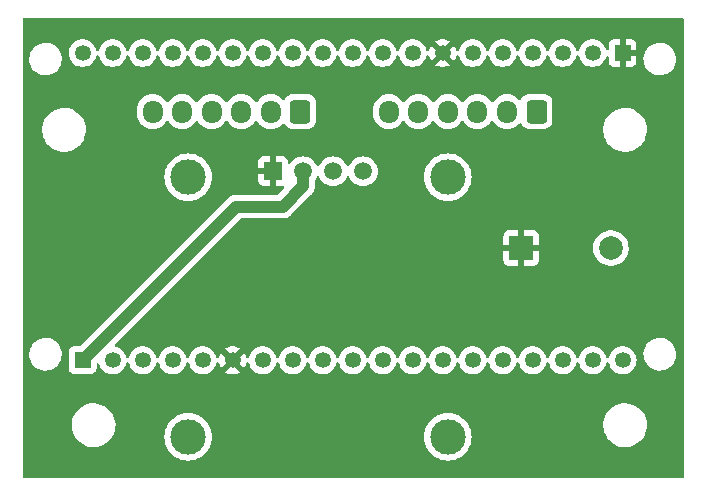
<source format=gbl>
G04 #@! TF.GenerationSoftware,KiCad,Pcbnew,7.0.7*
G04 #@! TF.CreationDate,2024-02-22T14:50:09+01:00*
G04 #@! TF.ProjectId,USB_Breakout_Test_Jig,5553425f-4272-4656-916b-6f75745f5465,v1.0*
G04 #@! TF.SameCoordinates,Original*
G04 #@! TF.FileFunction,Copper,L2,Bot*
G04 #@! TF.FilePolarity,Positive*
%FSLAX46Y46*%
G04 Gerber Fmt 4.6, Leading zero omitted, Abs format (unit mm)*
G04 Created by KiCad (PCBNEW 7.0.7) date 2024-02-22 14:50:09*
%MOMM*%
%LPD*%
G01*
G04 APERTURE LIST*
G04 Aperture macros list*
%AMRoundRect*
0 Rectangle with rounded corners*
0 $1 Rounding radius*
0 $2 $3 $4 $5 $6 $7 $8 $9 X,Y pos of 4 corners*
0 Add a 4 corners polygon primitive as box body*
4,1,4,$2,$3,$4,$5,$6,$7,$8,$9,$2,$3,0*
0 Add four circle primitives for the rounded corners*
1,1,$1+$1,$2,$3*
1,1,$1+$1,$4,$5*
1,1,$1+$1,$6,$7*
1,1,$1+$1,$8,$9*
0 Add four rect primitives between the rounded corners*
20,1,$1+$1,$2,$3,$4,$5,0*
20,1,$1+$1,$4,$5,$6,$7,0*
20,1,$1+$1,$6,$7,$8,$9,0*
20,1,$1+$1,$8,$9,$2,$3,0*%
G04 Aperture macros list end*
G04 #@! TA.AperFunction,ComponentPad*
%ADD10RoundRect,0.250000X0.600000X0.725000X-0.600000X0.725000X-0.600000X-0.725000X0.600000X-0.725000X0*%
G04 #@! TD*
G04 #@! TA.AperFunction,ComponentPad*
%ADD11O,1.700000X1.950000*%
G04 #@! TD*
G04 #@! TA.AperFunction,ComponentPad*
%ADD12R,2.000000X2.000000*%
G04 #@! TD*
G04 #@! TA.AperFunction,ComponentPad*
%ADD13C,2.000000*%
G04 #@! TD*
G04 #@! TA.AperFunction,ComponentPad*
%ADD14R,1.508000X1.508000*%
G04 #@! TD*
G04 #@! TA.AperFunction,ComponentPad*
%ADD15C,1.508000*%
G04 #@! TD*
G04 #@! TA.AperFunction,ComponentPad*
%ADD16C,3.000000*%
G04 #@! TD*
G04 #@! TA.AperFunction,ComponentPad*
%ADD17R,1.350000X1.350000*%
G04 #@! TD*
G04 #@! TA.AperFunction,ComponentPad*
%ADD18C,1.350000*%
G04 #@! TD*
G04 #@! TA.AperFunction,Conductor*
%ADD19C,1.000000*%
G04 #@! TD*
G04 APERTURE END LIST*
D10*
X72500000Y-80950000D03*
D11*
X70000000Y-80950000D03*
X67500000Y-80950000D03*
X65000000Y-80950000D03*
X62500000Y-80950000D03*
X60000000Y-80950000D03*
D10*
X92500000Y-80950000D03*
D11*
X90000000Y-80950000D03*
X87500000Y-80950000D03*
X85000000Y-80950000D03*
X82500000Y-80950000D03*
X80000000Y-80950000D03*
D12*
X91200000Y-92500000D03*
D13*
X98800000Y-92500000D03*
D14*
X70190000Y-86000000D03*
D15*
X72730000Y-86000000D03*
X75270000Y-86000000D03*
X77810000Y-86000000D03*
D16*
X63000000Y-86500000D03*
X85000000Y-86500000D03*
X85000000Y-108500000D03*
X63000000Y-108500000D03*
D17*
X99790000Y-76000000D03*
D18*
X97250000Y-76000000D03*
X94710000Y-76000000D03*
X92170000Y-76000000D03*
X89630000Y-76000000D03*
X87090000Y-76000000D03*
X84550000Y-76000000D03*
X82010000Y-76000000D03*
X79470000Y-76000000D03*
X76930000Y-76000000D03*
X74390000Y-76000000D03*
X71850000Y-76000000D03*
X69310000Y-76000000D03*
X66770000Y-76000000D03*
X64230000Y-76000000D03*
X61690000Y-76000000D03*
X59150000Y-76000000D03*
X56610000Y-76000000D03*
X54070000Y-76000000D03*
D17*
X54070000Y-102000000D03*
D18*
X56610000Y-102000000D03*
X59150000Y-102000000D03*
X61690000Y-102000000D03*
X64230000Y-102000000D03*
X66770000Y-102000000D03*
X69310000Y-102000000D03*
X71850000Y-102000000D03*
X74390000Y-102000000D03*
X76930000Y-102000000D03*
X79470000Y-102000000D03*
X82010000Y-102000000D03*
X84550000Y-102000000D03*
X87090000Y-102000000D03*
X89630000Y-102000000D03*
X92170000Y-102000000D03*
X94710000Y-102000000D03*
X97250000Y-102000000D03*
X99790000Y-102000000D03*
D19*
X71000000Y-89000000D02*
X72730000Y-87270000D01*
X72730000Y-87270000D02*
X72730000Y-86000000D01*
X67070000Y-89000000D02*
X71000000Y-89000000D01*
X54070000Y-102000000D02*
X67070000Y-89000000D01*
G04 #@! TA.AperFunction,Conductor*
G36*
X104942539Y-73020185D02*
G01*
X104988294Y-73072989D01*
X104999500Y-73124500D01*
X104999500Y-111875500D01*
X104979815Y-111942539D01*
X104927011Y-111988294D01*
X104875500Y-111999500D01*
X49124500Y-111999500D01*
X49057461Y-111979815D01*
X49011706Y-111927011D01*
X49000500Y-111875500D01*
X49000500Y-107567763D01*
X53145787Y-107567763D01*
X53175413Y-107837013D01*
X53175415Y-107837024D01*
X53243926Y-108099082D01*
X53243928Y-108099088D01*
X53349870Y-108348390D01*
X53442397Y-108500000D01*
X53490979Y-108579605D01*
X53490986Y-108579615D01*
X53664253Y-108787819D01*
X53664259Y-108787824D01*
X53865998Y-108968582D01*
X54091910Y-109118044D01*
X54337176Y-109233020D01*
X54337183Y-109233022D01*
X54337185Y-109233023D01*
X54596557Y-109311057D01*
X54596564Y-109311058D01*
X54596569Y-109311060D01*
X54864561Y-109350500D01*
X54864566Y-109350500D01*
X55067636Y-109350500D01*
X55119133Y-109346730D01*
X55270156Y-109335677D01*
X55382758Y-109310593D01*
X55534546Y-109276782D01*
X55534548Y-109276781D01*
X55534553Y-109276780D01*
X55787558Y-109180014D01*
X56023777Y-109047441D01*
X56238177Y-108881888D01*
X56426186Y-108686881D01*
X56559888Y-108500001D01*
X60994390Y-108500001D01*
X61014804Y-108785433D01*
X61075628Y-109065037D01*
X61075630Y-109065043D01*
X61075631Y-109065046D01*
X61154604Y-109276779D01*
X61175635Y-109333166D01*
X61312770Y-109584309D01*
X61312775Y-109584317D01*
X61484254Y-109813387D01*
X61484270Y-109813405D01*
X61686594Y-110015729D01*
X61686612Y-110015745D01*
X61915682Y-110187224D01*
X61915690Y-110187229D01*
X62166833Y-110324364D01*
X62166832Y-110324364D01*
X62166836Y-110324365D01*
X62166839Y-110324367D01*
X62434954Y-110424369D01*
X62434960Y-110424370D01*
X62434962Y-110424371D01*
X62714566Y-110485195D01*
X62714568Y-110485195D01*
X62714572Y-110485196D01*
X62968220Y-110503337D01*
X62999999Y-110505610D01*
X63000000Y-110505610D01*
X63000001Y-110505610D01*
X63028595Y-110503564D01*
X63285428Y-110485196D01*
X63565046Y-110424369D01*
X63833161Y-110324367D01*
X64084315Y-110187226D01*
X64313395Y-110015739D01*
X64515739Y-109813395D01*
X64687226Y-109584315D01*
X64824367Y-109333161D01*
X64924369Y-109065046D01*
X64945354Y-108968581D01*
X64985195Y-108785433D01*
X64985195Y-108785432D01*
X64985196Y-108785428D01*
X65005610Y-108500001D01*
X82994390Y-108500001D01*
X83014804Y-108785433D01*
X83075628Y-109065037D01*
X83075630Y-109065043D01*
X83075631Y-109065046D01*
X83154604Y-109276779D01*
X83175635Y-109333166D01*
X83312770Y-109584309D01*
X83312775Y-109584317D01*
X83484254Y-109813387D01*
X83484270Y-109813405D01*
X83686594Y-110015729D01*
X83686612Y-110015745D01*
X83915682Y-110187224D01*
X83915690Y-110187229D01*
X84166833Y-110324364D01*
X84166832Y-110324364D01*
X84166836Y-110324365D01*
X84166839Y-110324367D01*
X84434954Y-110424369D01*
X84434960Y-110424370D01*
X84434962Y-110424371D01*
X84714566Y-110485195D01*
X84714568Y-110485195D01*
X84714572Y-110485196D01*
X84968220Y-110503337D01*
X84999999Y-110505610D01*
X85000000Y-110505610D01*
X85000001Y-110505610D01*
X85028595Y-110503564D01*
X85285428Y-110485196D01*
X85565046Y-110424369D01*
X85833161Y-110324367D01*
X86084315Y-110187226D01*
X86313395Y-110015739D01*
X86515739Y-109813395D01*
X86687226Y-109584315D01*
X86824367Y-109333161D01*
X86924369Y-109065046D01*
X86945354Y-108968581D01*
X86985195Y-108785433D01*
X86985195Y-108785432D01*
X86985196Y-108785428D01*
X87005610Y-108500000D01*
X86985196Y-108214572D01*
X86931840Y-107969300D01*
X86924371Y-107934962D01*
X86924370Y-107934960D01*
X86924369Y-107934954D01*
X86824367Y-107666839D01*
X86770268Y-107567765D01*
X86770267Y-107567763D01*
X98145787Y-107567763D01*
X98175413Y-107837013D01*
X98175415Y-107837024D01*
X98243926Y-108099082D01*
X98243928Y-108099088D01*
X98349870Y-108348390D01*
X98442397Y-108500000D01*
X98490979Y-108579605D01*
X98490986Y-108579615D01*
X98664253Y-108787819D01*
X98664259Y-108787824D01*
X98865998Y-108968582D01*
X99091910Y-109118044D01*
X99337176Y-109233020D01*
X99337183Y-109233022D01*
X99337185Y-109233023D01*
X99596557Y-109311057D01*
X99596564Y-109311058D01*
X99596569Y-109311060D01*
X99864561Y-109350500D01*
X99864566Y-109350500D01*
X100067636Y-109350500D01*
X100119133Y-109346730D01*
X100270156Y-109335677D01*
X100382758Y-109310593D01*
X100534546Y-109276782D01*
X100534548Y-109276781D01*
X100534553Y-109276780D01*
X100787558Y-109180014D01*
X101023777Y-109047441D01*
X101238177Y-108881888D01*
X101426186Y-108686881D01*
X101583799Y-108466579D01*
X101657787Y-108322669D01*
X101707649Y-108225690D01*
X101707651Y-108225684D01*
X101707656Y-108225675D01*
X101795118Y-107969305D01*
X101844319Y-107702933D01*
X101854212Y-107432235D01*
X101824586Y-107162982D01*
X101756072Y-106900912D01*
X101650130Y-106651610D01*
X101509018Y-106420390D01*
X101419747Y-106313119D01*
X101335746Y-106212180D01*
X101335740Y-106212175D01*
X101134002Y-106031418D01*
X100908092Y-105881957D01*
X100908090Y-105881956D01*
X100662824Y-105766980D01*
X100662819Y-105766978D01*
X100662814Y-105766976D01*
X100403442Y-105688942D01*
X100403428Y-105688939D01*
X100287791Y-105671921D01*
X100135439Y-105649500D01*
X99932369Y-105649500D01*
X99932364Y-105649500D01*
X99729844Y-105664323D01*
X99729831Y-105664325D01*
X99465453Y-105723217D01*
X99465446Y-105723220D01*
X99212439Y-105819987D01*
X98976226Y-105952557D01*
X98761822Y-106118112D01*
X98573822Y-106313109D01*
X98573816Y-106313116D01*
X98416202Y-106533419D01*
X98416199Y-106533424D01*
X98292350Y-106774309D01*
X98292343Y-106774327D01*
X98204884Y-107030685D01*
X98204881Y-107030699D01*
X98155681Y-107297068D01*
X98155680Y-107297075D01*
X98145787Y-107567763D01*
X86770267Y-107567763D01*
X86687229Y-107415690D01*
X86687224Y-107415682D01*
X86515745Y-107186612D01*
X86515729Y-107186594D01*
X86313405Y-106984270D01*
X86313387Y-106984254D01*
X86084317Y-106812775D01*
X86084309Y-106812770D01*
X85833166Y-106675635D01*
X85833167Y-106675635D01*
X85725915Y-106635632D01*
X85565046Y-106575631D01*
X85565043Y-106575630D01*
X85565037Y-106575628D01*
X85285433Y-106514804D01*
X85000001Y-106494390D01*
X84999999Y-106494390D01*
X84714566Y-106514804D01*
X84434962Y-106575628D01*
X84166833Y-106675635D01*
X83915690Y-106812770D01*
X83915682Y-106812775D01*
X83686612Y-106984254D01*
X83686594Y-106984270D01*
X83484270Y-107186594D01*
X83484254Y-107186612D01*
X83312775Y-107415682D01*
X83312770Y-107415690D01*
X83175635Y-107666833D01*
X83075628Y-107934962D01*
X83014804Y-108214566D01*
X82994390Y-108499998D01*
X82994390Y-108500001D01*
X65005610Y-108500001D01*
X65005610Y-108500000D01*
X64985196Y-108214572D01*
X64931840Y-107969300D01*
X64924371Y-107934962D01*
X64924370Y-107934960D01*
X64924369Y-107934954D01*
X64824367Y-107666839D01*
X64770268Y-107567765D01*
X64687229Y-107415690D01*
X64687224Y-107415682D01*
X64515745Y-107186612D01*
X64515729Y-107186594D01*
X64313405Y-106984270D01*
X64313387Y-106984254D01*
X64084317Y-106812775D01*
X64084309Y-106812770D01*
X63833166Y-106675635D01*
X63833167Y-106675635D01*
X63725914Y-106635632D01*
X63565046Y-106575631D01*
X63565043Y-106575630D01*
X63565037Y-106575628D01*
X63285433Y-106514804D01*
X63000001Y-106494390D01*
X62999999Y-106494390D01*
X62714566Y-106514804D01*
X62434962Y-106575628D01*
X62166833Y-106675635D01*
X61915690Y-106812770D01*
X61915682Y-106812775D01*
X61686612Y-106984254D01*
X61686594Y-106984270D01*
X61484270Y-107186594D01*
X61484254Y-107186612D01*
X61312775Y-107415682D01*
X61312770Y-107415690D01*
X61175635Y-107666833D01*
X61075628Y-107934962D01*
X61014804Y-108214566D01*
X60994390Y-108499998D01*
X60994390Y-108500001D01*
X56559888Y-108500001D01*
X56583799Y-108466579D01*
X56657787Y-108322669D01*
X56707649Y-108225690D01*
X56707651Y-108225684D01*
X56707656Y-108225675D01*
X56795118Y-107969305D01*
X56844319Y-107702933D01*
X56854212Y-107432235D01*
X56824586Y-107162982D01*
X56756072Y-106900912D01*
X56650130Y-106651610D01*
X56509018Y-106420390D01*
X56419747Y-106313119D01*
X56335746Y-106212180D01*
X56335740Y-106212175D01*
X56134002Y-106031418D01*
X55908092Y-105881957D01*
X55908090Y-105881956D01*
X55662824Y-105766980D01*
X55662819Y-105766978D01*
X55662814Y-105766976D01*
X55403442Y-105688942D01*
X55403428Y-105688939D01*
X55287791Y-105671921D01*
X55135439Y-105649500D01*
X54932369Y-105649500D01*
X54932364Y-105649500D01*
X54729844Y-105664323D01*
X54729831Y-105664325D01*
X54465453Y-105723217D01*
X54465446Y-105723220D01*
X54212439Y-105819987D01*
X53976226Y-105952557D01*
X53761822Y-106118112D01*
X53573822Y-106313109D01*
X53573816Y-106313116D01*
X53416202Y-106533419D01*
X53416199Y-106533424D01*
X53292350Y-106774309D01*
X53292343Y-106774327D01*
X53204884Y-107030685D01*
X53204881Y-107030699D01*
X53155681Y-107297068D01*
X53155680Y-107297075D01*
X53145787Y-107567763D01*
X49000500Y-107567763D01*
X49000500Y-101441411D01*
X49550771Y-101441411D01*
X49560707Y-101675341D01*
X49560707Y-101675342D01*
X49610038Y-101904236D01*
X49689211Y-102101265D01*
X49697340Y-102121494D01*
X49728271Y-102171729D01*
X49820103Y-102320875D01*
X49974793Y-102496637D01*
X49974797Y-102496641D01*
X50156969Y-102643734D01*
X50156969Y-102643735D01*
X50361377Y-102757924D01*
X50361381Y-102757926D01*
X50582151Y-102835929D01*
X50710929Y-102858010D01*
X50812919Y-102875499D01*
X50812928Y-102875500D01*
X50988433Y-102875500D01*
X51163296Y-102860617D01*
X51163299Y-102860616D01*
X51163301Y-102860616D01*
X51389890Y-102801617D01*
X51520242Y-102742693D01*
X51564097Y-102722870D01*
X52894500Y-102722870D01*
X52894501Y-102722876D01*
X52900908Y-102782483D01*
X52951202Y-102917328D01*
X52951206Y-102917335D01*
X53037452Y-103032544D01*
X53037455Y-103032547D01*
X53152664Y-103118793D01*
X53152671Y-103118797D01*
X53287517Y-103169091D01*
X53287516Y-103169091D01*
X53294444Y-103169835D01*
X53347127Y-103175500D01*
X54792872Y-103175499D01*
X54852483Y-103169091D01*
X54987331Y-103118796D01*
X55102546Y-103032546D01*
X55188796Y-102917331D01*
X55239091Y-102782483D01*
X55245500Y-102722873D01*
X55245499Y-102388632D01*
X55265183Y-102321595D01*
X55317987Y-102275840D01*
X55387146Y-102265896D01*
X55450701Y-102294921D01*
X55488476Y-102353699D01*
X55488765Y-102354700D01*
X55509180Y-102426454D01*
X55509183Y-102426460D01*
X55583451Y-102575610D01*
X55606288Y-102621472D01*
X55737573Y-102795322D01*
X55898568Y-102942088D01*
X55898575Y-102942092D01*
X55898576Y-102942093D01*
X56083786Y-103056770D01*
X56083792Y-103056773D01*
X56106664Y-103065633D01*
X56286931Y-103135470D01*
X56501074Y-103175500D01*
X56501076Y-103175500D01*
X56718924Y-103175500D01*
X56718926Y-103175500D01*
X56933069Y-103135470D01*
X57136210Y-103056772D01*
X57321432Y-102942088D01*
X57482427Y-102795322D01*
X57613712Y-102621472D01*
X57710817Y-102426459D01*
X57760734Y-102251016D01*
X57798013Y-102191926D01*
X57861322Y-102162368D01*
X57930562Y-102171730D01*
X57983748Y-102217039D01*
X57999264Y-102251013D01*
X58049134Y-102426287D01*
X58049184Y-102426462D01*
X58123451Y-102575610D01*
X58146288Y-102621472D01*
X58277573Y-102795322D01*
X58438568Y-102942088D01*
X58438575Y-102942092D01*
X58438576Y-102942093D01*
X58623786Y-103056770D01*
X58623792Y-103056773D01*
X58646664Y-103065633D01*
X58826931Y-103135470D01*
X59041074Y-103175500D01*
X59041076Y-103175500D01*
X59258924Y-103175500D01*
X59258926Y-103175500D01*
X59473069Y-103135470D01*
X59676210Y-103056772D01*
X59861432Y-102942088D01*
X60022427Y-102795322D01*
X60153712Y-102621472D01*
X60250817Y-102426459D01*
X60300734Y-102251016D01*
X60338013Y-102191926D01*
X60401322Y-102162368D01*
X60470562Y-102171730D01*
X60523748Y-102217039D01*
X60539264Y-102251013D01*
X60589134Y-102426287D01*
X60589184Y-102426462D01*
X60663451Y-102575610D01*
X60686288Y-102621472D01*
X60817573Y-102795322D01*
X60978568Y-102942088D01*
X60978575Y-102942092D01*
X60978576Y-102942093D01*
X61163786Y-103056770D01*
X61163792Y-103056773D01*
X61186664Y-103065633D01*
X61366931Y-103135470D01*
X61581074Y-103175500D01*
X61581076Y-103175500D01*
X61798924Y-103175500D01*
X61798926Y-103175500D01*
X62013069Y-103135470D01*
X62216210Y-103056772D01*
X62401432Y-102942088D01*
X62562427Y-102795322D01*
X62693712Y-102621472D01*
X62790817Y-102426459D01*
X62840734Y-102251016D01*
X62878013Y-102191926D01*
X62941322Y-102162368D01*
X63010562Y-102171730D01*
X63063748Y-102217039D01*
X63079264Y-102251013D01*
X63129134Y-102426287D01*
X63129184Y-102426462D01*
X63203451Y-102575610D01*
X63226288Y-102621472D01*
X63357573Y-102795322D01*
X63518568Y-102942088D01*
X63518575Y-102942092D01*
X63518576Y-102942093D01*
X63703786Y-103056770D01*
X63703792Y-103056773D01*
X63726664Y-103065633D01*
X63906931Y-103135470D01*
X64121074Y-103175500D01*
X64121076Y-103175500D01*
X64338924Y-103175500D01*
X64338926Y-103175500D01*
X64553069Y-103135470D01*
X64756210Y-103056772D01*
X64941432Y-102942088D01*
X65102427Y-102795322D01*
X65233712Y-102621472D01*
X65330817Y-102426459D01*
X65380994Y-102250103D01*
X65418271Y-102191013D01*
X65481581Y-102161455D01*
X65550820Y-102170817D01*
X65604007Y-102216126D01*
X65619525Y-102250105D01*
X65669650Y-102426274D01*
X65669655Y-102426287D01*
X65766711Y-102621201D01*
X65766719Y-102621214D01*
X65778987Y-102637459D01*
X66194814Y-102221631D01*
X66256137Y-102188146D01*
X66325828Y-102193130D01*
X66379443Y-102232000D01*
X66460464Y-102333599D01*
X66460466Y-102333600D01*
X66532723Y-102382865D01*
X66577025Y-102436894D01*
X66585083Y-102506297D01*
X66554340Y-102569040D01*
X66550552Y-102572999D01*
X66134831Y-102988719D01*
X66244013Y-103056322D01*
X66244014Y-103056323D01*
X66447069Y-103134986D01*
X66661122Y-103175000D01*
X66878878Y-103175000D01*
X67092929Y-103134986D01*
X67092939Y-103134983D01*
X67295985Y-103056323D01*
X67295989Y-103056321D01*
X67405166Y-102988720D01*
X67405166Y-102988719D01*
X66992057Y-102575610D01*
X66958572Y-102514287D01*
X66963556Y-102444595D01*
X67005428Y-102388662D01*
X67025930Y-102376212D01*
X67026357Y-102376007D01*
X67125798Y-102283740D01*
X67148032Y-102245228D01*
X67198597Y-102197014D01*
X67267204Y-102183790D01*
X67332069Y-102209757D01*
X67343100Y-102219548D01*
X67761011Y-102637459D01*
X67773284Y-102621208D01*
X67773285Y-102621205D01*
X67870344Y-102426287D01*
X67870350Y-102426272D01*
X67920474Y-102250106D01*
X67957753Y-102191012D01*
X68021063Y-102161455D01*
X68090302Y-102170817D01*
X68143489Y-102216127D01*
X68159006Y-102250106D01*
X68209180Y-102426454D01*
X68209183Y-102426460D01*
X68283451Y-102575610D01*
X68306288Y-102621472D01*
X68437573Y-102795322D01*
X68598568Y-102942088D01*
X68598575Y-102942092D01*
X68598576Y-102942093D01*
X68783786Y-103056770D01*
X68783792Y-103056773D01*
X68806664Y-103065633D01*
X68986931Y-103135470D01*
X69201074Y-103175500D01*
X69201076Y-103175500D01*
X69418924Y-103175500D01*
X69418926Y-103175500D01*
X69633069Y-103135470D01*
X69836210Y-103056772D01*
X70021432Y-102942088D01*
X70182427Y-102795322D01*
X70313712Y-102621472D01*
X70410817Y-102426459D01*
X70460734Y-102251016D01*
X70498013Y-102191926D01*
X70561322Y-102162368D01*
X70630562Y-102171730D01*
X70683748Y-102217039D01*
X70699264Y-102251013D01*
X70749134Y-102426287D01*
X70749184Y-102426462D01*
X70823451Y-102575610D01*
X70846288Y-102621472D01*
X70977573Y-102795322D01*
X71138568Y-102942088D01*
X71138575Y-102942092D01*
X71138576Y-102942093D01*
X71323786Y-103056770D01*
X71323792Y-103056773D01*
X71346664Y-103065633D01*
X71526931Y-103135470D01*
X71741074Y-103175500D01*
X71741076Y-103175500D01*
X71958924Y-103175500D01*
X71958926Y-103175500D01*
X72173069Y-103135470D01*
X72376210Y-103056772D01*
X72561432Y-102942088D01*
X72722427Y-102795322D01*
X72853712Y-102621472D01*
X72950817Y-102426459D01*
X73000734Y-102251016D01*
X73038013Y-102191926D01*
X73101322Y-102162368D01*
X73170562Y-102171730D01*
X73223748Y-102217039D01*
X73239264Y-102251013D01*
X73289134Y-102426287D01*
X73289184Y-102426462D01*
X73363451Y-102575610D01*
X73386288Y-102621472D01*
X73517573Y-102795322D01*
X73678568Y-102942088D01*
X73678575Y-102942092D01*
X73678576Y-102942093D01*
X73863786Y-103056770D01*
X73863792Y-103056773D01*
X73886664Y-103065633D01*
X74066931Y-103135470D01*
X74281074Y-103175500D01*
X74281076Y-103175500D01*
X74498924Y-103175500D01*
X74498926Y-103175500D01*
X74713069Y-103135470D01*
X74916210Y-103056772D01*
X75101432Y-102942088D01*
X75262427Y-102795322D01*
X75393712Y-102621472D01*
X75490817Y-102426459D01*
X75540734Y-102251016D01*
X75578013Y-102191926D01*
X75641322Y-102162368D01*
X75710562Y-102171730D01*
X75763748Y-102217039D01*
X75779264Y-102251013D01*
X75829134Y-102426287D01*
X75829184Y-102426462D01*
X75903451Y-102575610D01*
X75926288Y-102621472D01*
X76057573Y-102795322D01*
X76218568Y-102942088D01*
X76218575Y-102942092D01*
X76218576Y-102942093D01*
X76403786Y-103056770D01*
X76403792Y-103056773D01*
X76426664Y-103065633D01*
X76606931Y-103135470D01*
X76821074Y-103175500D01*
X76821076Y-103175500D01*
X77038924Y-103175500D01*
X77038926Y-103175500D01*
X77253069Y-103135470D01*
X77456210Y-103056772D01*
X77641432Y-102942088D01*
X77802427Y-102795322D01*
X77933712Y-102621472D01*
X78030817Y-102426459D01*
X78080734Y-102251016D01*
X78118013Y-102191926D01*
X78181322Y-102162368D01*
X78250562Y-102171730D01*
X78303748Y-102217039D01*
X78319264Y-102251013D01*
X78369134Y-102426287D01*
X78369184Y-102426462D01*
X78443451Y-102575610D01*
X78466288Y-102621472D01*
X78597573Y-102795322D01*
X78758568Y-102942088D01*
X78758575Y-102942092D01*
X78758576Y-102942093D01*
X78943786Y-103056770D01*
X78943792Y-103056773D01*
X78966664Y-103065633D01*
X79146931Y-103135470D01*
X79361074Y-103175500D01*
X79361076Y-103175500D01*
X79578924Y-103175500D01*
X79578926Y-103175500D01*
X79793069Y-103135470D01*
X79996210Y-103056772D01*
X80181432Y-102942088D01*
X80342427Y-102795322D01*
X80473712Y-102621472D01*
X80570817Y-102426459D01*
X80620734Y-102251016D01*
X80658013Y-102191926D01*
X80721322Y-102162368D01*
X80790562Y-102171730D01*
X80843748Y-102217039D01*
X80859264Y-102251013D01*
X80909134Y-102426287D01*
X80909184Y-102426462D01*
X80983451Y-102575610D01*
X81006288Y-102621472D01*
X81137573Y-102795322D01*
X81298568Y-102942088D01*
X81298575Y-102942092D01*
X81298576Y-102942093D01*
X81483786Y-103056770D01*
X81483792Y-103056773D01*
X81506664Y-103065633D01*
X81686931Y-103135470D01*
X81901074Y-103175500D01*
X81901076Y-103175500D01*
X82118924Y-103175500D01*
X82118926Y-103175500D01*
X82333069Y-103135470D01*
X82536210Y-103056772D01*
X82721432Y-102942088D01*
X82882427Y-102795322D01*
X83013712Y-102621472D01*
X83110817Y-102426459D01*
X83160734Y-102251016D01*
X83198013Y-102191926D01*
X83261322Y-102162368D01*
X83330562Y-102171730D01*
X83383748Y-102217039D01*
X83399264Y-102251013D01*
X83449134Y-102426287D01*
X83449184Y-102426462D01*
X83523451Y-102575610D01*
X83546288Y-102621472D01*
X83677573Y-102795322D01*
X83838568Y-102942088D01*
X83838575Y-102942092D01*
X83838576Y-102942093D01*
X84023786Y-103056770D01*
X84023792Y-103056773D01*
X84046664Y-103065633D01*
X84226931Y-103135470D01*
X84441074Y-103175500D01*
X84441076Y-103175500D01*
X84658924Y-103175500D01*
X84658926Y-103175500D01*
X84873069Y-103135470D01*
X85076210Y-103056772D01*
X85261432Y-102942088D01*
X85422427Y-102795322D01*
X85553712Y-102621472D01*
X85650817Y-102426459D01*
X85700734Y-102251015D01*
X85738011Y-102191926D01*
X85801320Y-102162368D01*
X85870560Y-102171729D01*
X85923747Y-102217039D01*
X85939265Y-102251019D01*
X85989180Y-102426454D01*
X85989183Y-102426460D01*
X86063451Y-102575610D01*
X86086288Y-102621472D01*
X86217573Y-102795322D01*
X86378568Y-102942088D01*
X86378575Y-102942092D01*
X86378576Y-102942093D01*
X86563786Y-103056770D01*
X86563792Y-103056773D01*
X86586664Y-103065633D01*
X86766931Y-103135470D01*
X86981074Y-103175500D01*
X86981076Y-103175500D01*
X87198924Y-103175500D01*
X87198926Y-103175500D01*
X87413069Y-103135470D01*
X87616210Y-103056772D01*
X87801432Y-102942088D01*
X87962427Y-102795322D01*
X88093712Y-102621472D01*
X88190817Y-102426459D01*
X88240734Y-102251016D01*
X88278013Y-102191926D01*
X88341322Y-102162368D01*
X88410562Y-102171730D01*
X88463748Y-102217039D01*
X88479264Y-102251013D01*
X88529134Y-102426287D01*
X88529184Y-102426462D01*
X88603451Y-102575610D01*
X88626288Y-102621472D01*
X88757573Y-102795322D01*
X88918568Y-102942088D01*
X88918575Y-102942092D01*
X88918576Y-102942093D01*
X89103786Y-103056770D01*
X89103792Y-103056773D01*
X89126664Y-103065633D01*
X89306931Y-103135470D01*
X89521074Y-103175500D01*
X89521076Y-103175500D01*
X89738924Y-103175500D01*
X89738926Y-103175500D01*
X89953069Y-103135470D01*
X90156210Y-103056772D01*
X90341432Y-102942088D01*
X90502427Y-102795322D01*
X90633712Y-102621472D01*
X90730817Y-102426459D01*
X90780734Y-102251016D01*
X90818013Y-102191926D01*
X90881322Y-102162368D01*
X90950562Y-102171730D01*
X91003748Y-102217039D01*
X91019264Y-102251013D01*
X91069134Y-102426287D01*
X91069184Y-102426462D01*
X91143451Y-102575610D01*
X91166288Y-102621472D01*
X91297573Y-102795322D01*
X91458568Y-102942088D01*
X91458575Y-102942092D01*
X91458576Y-102942093D01*
X91643786Y-103056770D01*
X91643792Y-103056773D01*
X91666664Y-103065633D01*
X91846931Y-103135470D01*
X92061074Y-103175500D01*
X92061076Y-103175500D01*
X92278924Y-103175500D01*
X92278926Y-103175500D01*
X92493069Y-103135470D01*
X92696210Y-103056772D01*
X92881432Y-102942088D01*
X93042427Y-102795322D01*
X93173712Y-102621472D01*
X93270817Y-102426459D01*
X93320734Y-102251016D01*
X93358013Y-102191926D01*
X93421322Y-102162368D01*
X93490562Y-102171730D01*
X93543748Y-102217039D01*
X93559264Y-102251013D01*
X93609134Y-102426287D01*
X93609184Y-102426462D01*
X93683451Y-102575610D01*
X93706288Y-102621472D01*
X93837573Y-102795322D01*
X93998568Y-102942088D01*
X93998575Y-102942092D01*
X93998576Y-102942093D01*
X94183786Y-103056770D01*
X94183792Y-103056773D01*
X94206664Y-103065633D01*
X94386931Y-103135470D01*
X94601074Y-103175500D01*
X94601076Y-103175500D01*
X94818924Y-103175500D01*
X94818926Y-103175500D01*
X95033069Y-103135470D01*
X95236210Y-103056772D01*
X95421432Y-102942088D01*
X95582427Y-102795322D01*
X95713712Y-102621472D01*
X95810817Y-102426459D01*
X95860734Y-102251015D01*
X95898011Y-102191926D01*
X95961320Y-102162368D01*
X96030560Y-102171729D01*
X96083747Y-102217039D01*
X96099265Y-102251019D01*
X96149180Y-102426454D01*
X96149183Y-102426460D01*
X96223451Y-102575610D01*
X96246288Y-102621472D01*
X96377573Y-102795322D01*
X96538568Y-102942088D01*
X96538575Y-102942092D01*
X96538576Y-102942093D01*
X96723786Y-103056770D01*
X96723792Y-103056773D01*
X96746664Y-103065633D01*
X96926931Y-103135470D01*
X97141074Y-103175500D01*
X97141076Y-103175500D01*
X97358924Y-103175500D01*
X97358926Y-103175500D01*
X97573069Y-103135470D01*
X97776210Y-103056772D01*
X97961432Y-102942088D01*
X98122427Y-102795322D01*
X98253712Y-102621472D01*
X98350817Y-102426459D01*
X98400734Y-102251016D01*
X98438013Y-102191926D01*
X98501322Y-102162368D01*
X98570562Y-102171730D01*
X98623748Y-102217039D01*
X98639264Y-102251013D01*
X98689134Y-102426287D01*
X98689184Y-102426462D01*
X98763451Y-102575610D01*
X98786288Y-102621472D01*
X98917573Y-102795322D01*
X99078568Y-102942088D01*
X99078575Y-102942092D01*
X99078576Y-102942093D01*
X99263786Y-103056770D01*
X99263792Y-103056773D01*
X99286664Y-103065633D01*
X99466931Y-103135470D01*
X99681074Y-103175500D01*
X99681076Y-103175500D01*
X99898924Y-103175500D01*
X99898926Y-103175500D01*
X100113069Y-103135470D01*
X100316210Y-103056772D01*
X100501432Y-102942088D01*
X100662427Y-102795322D01*
X100793712Y-102621472D01*
X100890817Y-102426459D01*
X100950435Y-102216923D01*
X100970536Y-102000000D01*
X100950435Y-101783077D01*
X100890817Y-101573541D01*
X100825024Y-101441411D01*
X101550771Y-101441411D01*
X101560707Y-101675341D01*
X101560707Y-101675342D01*
X101610038Y-101904236D01*
X101689211Y-102101265D01*
X101697340Y-102121494D01*
X101728271Y-102171729D01*
X101820103Y-102320875D01*
X101974793Y-102496637D01*
X101974797Y-102496641D01*
X102156969Y-102643734D01*
X102156969Y-102643735D01*
X102361377Y-102757924D01*
X102361381Y-102757926D01*
X102582151Y-102835929D01*
X102710929Y-102858010D01*
X102812919Y-102875499D01*
X102812928Y-102875500D01*
X102988433Y-102875500D01*
X103163296Y-102860617D01*
X103163299Y-102860616D01*
X103163301Y-102860616D01*
X103389890Y-102801617D01*
X103520242Y-102742693D01*
X103603244Y-102705175D01*
X103603245Y-102705173D01*
X103603250Y-102705172D01*
X103744630Y-102609615D01*
X103797231Y-102574064D01*
X103797232Y-102574062D01*
X103797241Y-102574057D01*
X103966283Y-102412044D01*
X104105513Y-102223792D01*
X104210926Y-102014718D01*
X104279489Y-101790837D01*
X104309229Y-101558589D01*
X104299292Y-101324655D01*
X104249962Y-101095766D01*
X104234751Y-101057913D01*
X104188667Y-100943228D01*
X104162660Y-100878506D01*
X104050731Y-100696722D01*
X104039896Y-100679124D01*
X103885206Y-100503362D01*
X103885205Y-100503361D01*
X103885203Y-100503359D01*
X103703030Y-100356265D01*
X103703030Y-100356264D01*
X103498622Y-100242075D01*
X103277852Y-100164072D01*
X103277851Y-100164071D01*
X103277849Y-100164071D01*
X103277845Y-100164070D01*
X103277844Y-100164070D01*
X103047080Y-100124500D01*
X103047072Y-100124500D01*
X102871572Y-100124500D01*
X102871567Y-100124500D01*
X102696703Y-100139382D01*
X102470110Y-100198382D01*
X102256755Y-100294824D01*
X102256747Y-100294829D01*
X102062768Y-100425935D01*
X102062759Y-100425943D01*
X101893721Y-100587951D01*
X101754485Y-100776210D01*
X101649074Y-100985280D01*
X101580510Y-101209166D01*
X101550771Y-101441411D01*
X100825024Y-101441411D01*
X100793712Y-101378528D01*
X100662427Y-101204678D01*
X100501432Y-101057912D01*
X100501428Y-101057909D01*
X100501423Y-101057906D01*
X100316213Y-100943229D01*
X100316207Y-100943226D01*
X100231112Y-100910260D01*
X100113069Y-100864530D01*
X99898926Y-100824500D01*
X99681074Y-100824500D01*
X99466931Y-100864530D01*
X99423896Y-100881202D01*
X99263792Y-100943226D01*
X99263786Y-100943229D01*
X99078576Y-101057906D01*
X99078566Y-101057913D01*
X98917574Y-101204676D01*
X98786288Y-101378527D01*
X98689183Y-101573539D01*
X98689180Y-101573545D01*
X98639266Y-101748980D01*
X98601987Y-101808073D01*
X98538678Y-101837631D01*
X98469438Y-101828269D01*
X98416252Y-101782960D01*
X98400734Y-101748980D01*
X98350819Y-101573545D01*
X98350816Y-101573539D01*
X98285024Y-101441411D01*
X98253712Y-101378528D01*
X98122427Y-101204678D01*
X97961432Y-101057912D01*
X97961428Y-101057909D01*
X97961423Y-101057906D01*
X97776213Y-100943229D01*
X97776207Y-100943226D01*
X97691112Y-100910260D01*
X97573069Y-100864530D01*
X97358926Y-100824500D01*
X97141074Y-100824500D01*
X96926931Y-100864530D01*
X96883896Y-100881202D01*
X96723792Y-100943226D01*
X96723786Y-100943229D01*
X96538576Y-101057906D01*
X96538566Y-101057913D01*
X96377574Y-101204676D01*
X96246288Y-101378527D01*
X96149183Y-101573539D01*
X96149180Y-101573545D01*
X96099265Y-101748980D01*
X96061986Y-101808074D01*
X95998676Y-101837631D01*
X95929437Y-101828269D01*
X95876250Y-101782959D01*
X95860735Y-101748986D01*
X95810817Y-101573541D01*
X95810815Y-101573537D01*
X95745024Y-101441411D01*
X95713712Y-101378528D01*
X95582427Y-101204678D01*
X95421432Y-101057912D01*
X95421428Y-101057909D01*
X95421423Y-101057906D01*
X95236213Y-100943229D01*
X95236207Y-100943226D01*
X95151112Y-100910260D01*
X95033069Y-100864530D01*
X94818926Y-100824500D01*
X94601074Y-100824500D01*
X94386931Y-100864530D01*
X94343896Y-100881202D01*
X94183792Y-100943226D01*
X94183786Y-100943229D01*
X93998576Y-101057906D01*
X93998566Y-101057913D01*
X93837574Y-101204676D01*
X93706288Y-101378527D01*
X93609183Y-101573539D01*
X93609180Y-101573545D01*
X93559266Y-101748980D01*
X93521987Y-101808073D01*
X93458678Y-101837631D01*
X93389438Y-101828269D01*
X93336252Y-101782960D01*
X93320734Y-101748980D01*
X93270819Y-101573545D01*
X93270816Y-101573539D01*
X93205024Y-101441411D01*
X93173712Y-101378528D01*
X93042427Y-101204678D01*
X92881432Y-101057912D01*
X92881428Y-101057909D01*
X92881423Y-101057906D01*
X92696213Y-100943229D01*
X92696207Y-100943226D01*
X92611113Y-100910260D01*
X92493069Y-100864530D01*
X92278926Y-100824500D01*
X92061074Y-100824500D01*
X91846931Y-100864530D01*
X91803896Y-100881202D01*
X91643792Y-100943226D01*
X91643786Y-100943229D01*
X91458576Y-101057906D01*
X91458566Y-101057913D01*
X91297574Y-101204676D01*
X91166288Y-101378527D01*
X91069183Y-101573539D01*
X91069180Y-101573545D01*
X91019266Y-101748980D01*
X90981987Y-101808073D01*
X90918678Y-101837631D01*
X90849438Y-101828269D01*
X90796252Y-101782960D01*
X90780734Y-101748980D01*
X90730819Y-101573545D01*
X90730816Y-101573539D01*
X90665024Y-101441411D01*
X90633712Y-101378528D01*
X90502427Y-101204678D01*
X90341432Y-101057912D01*
X90341428Y-101057909D01*
X90341423Y-101057906D01*
X90156213Y-100943229D01*
X90156207Y-100943226D01*
X90071113Y-100910260D01*
X89953069Y-100864530D01*
X89738926Y-100824500D01*
X89521074Y-100824500D01*
X89306931Y-100864530D01*
X89263896Y-100881202D01*
X89103792Y-100943226D01*
X89103786Y-100943229D01*
X88918576Y-101057906D01*
X88918566Y-101057913D01*
X88757574Y-101204676D01*
X88626288Y-101378527D01*
X88529183Y-101573539D01*
X88529180Y-101573545D01*
X88479266Y-101748980D01*
X88441987Y-101808073D01*
X88378678Y-101837631D01*
X88309438Y-101828269D01*
X88256252Y-101782960D01*
X88240734Y-101748980D01*
X88190819Y-101573545D01*
X88190816Y-101573539D01*
X88125024Y-101441411D01*
X88093712Y-101378528D01*
X87962427Y-101204678D01*
X87801432Y-101057912D01*
X87801428Y-101057909D01*
X87801423Y-101057906D01*
X87616213Y-100943229D01*
X87616207Y-100943226D01*
X87531113Y-100910260D01*
X87413069Y-100864530D01*
X87198926Y-100824500D01*
X86981074Y-100824500D01*
X86766931Y-100864530D01*
X86723896Y-100881202D01*
X86563792Y-100943226D01*
X86563786Y-100943229D01*
X86378576Y-101057906D01*
X86378566Y-101057913D01*
X86217574Y-101204676D01*
X86086288Y-101378527D01*
X85989183Y-101573539D01*
X85989180Y-101573545D01*
X85939265Y-101748980D01*
X85901986Y-101808074D01*
X85838676Y-101837631D01*
X85769437Y-101828269D01*
X85716250Y-101782959D01*
X85700735Y-101748986D01*
X85650817Y-101573541D01*
X85650815Y-101573537D01*
X85585024Y-101441411D01*
X85553712Y-101378528D01*
X85422427Y-101204678D01*
X85261432Y-101057912D01*
X85261428Y-101057909D01*
X85261423Y-101057906D01*
X85076213Y-100943229D01*
X85076207Y-100943226D01*
X84991112Y-100910260D01*
X84873069Y-100864530D01*
X84658926Y-100824500D01*
X84441074Y-100824500D01*
X84226931Y-100864530D01*
X84183896Y-100881202D01*
X84023792Y-100943226D01*
X84023786Y-100943229D01*
X83838576Y-101057906D01*
X83838566Y-101057913D01*
X83677574Y-101204676D01*
X83546288Y-101378527D01*
X83449183Y-101573539D01*
X83449180Y-101573545D01*
X83399266Y-101748980D01*
X83361987Y-101808073D01*
X83298678Y-101837631D01*
X83229438Y-101828269D01*
X83176252Y-101782960D01*
X83160734Y-101748980D01*
X83110819Y-101573545D01*
X83110816Y-101573539D01*
X83045024Y-101441411D01*
X83013712Y-101378528D01*
X82882427Y-101204678D01*
X82721432Y-101057912D01*
X82721428Y-101057909D01*
X82721423Y-101057906D01*
X82536213Y-100943229D01*
X82536207Y-100943226D01*
X82451113Y-100910260D01*
X82333069Y-100864530D01*
X82118926Y-100824500D01*
X81901074Y-100824500D01*
X81686931Y-100864530D01*
X81643896Y-100881202D01*
X81483792Y-100943226D01*
X81483786Y-100943229D01*
X81298576Y-101057906D01*
X81298566Y-101057913D01*
X81137574Y-101204676D01*
X81006288Y-101378527D01*
X80909183Y-101573539D01*
X80909180Y-101573545D01*
X80859266Y-101748980D01*
X80821987Y-101808073D01*
X80758678Y-101837631D01*
X80689438Y-101828269D01*
X80636252Y-101782960D01*
X80620734Y-101748980D01*
X80570819Y-101573545D01*
X80570816Y-101573539D01*
X80505024Y-101441411D01*
X80473712Y-101378528D01*
X80342427Y-101204678D01*
X80181432Y-101057912D01*
X80181428Y-101057909D01*
X80181423Y-101057906D01*
X79996213Y-100943229D01*
X79996207Y-100943226D01*
X79911112Y-100910260D01*
X79793069Y-100864530D01*
X79578926Y-100824500D01*
X79361074Y-100824500D01*
X79146931Y-100864530D01*
X79103896Y-100881202D01*
X78943792Y-100943226D01*
X78943786Y-100943229D01*
X78758576Y-101057906D01*
X78758566Y-101057913D01*
X78597574Y-101204676D01*
X78466288Y-101378527D01*
X78369183Y-101573539D01*
X78369180Y-101573545D01*
X78319266Y-101748980D01*
X78281987Y-101808073D01*
X78218678Y-101837631D01*
X78149438Y-101828269D01*
X78096252Y-101782960D01*
X78080734Y-101748980D01*
X78030819Y-101573545D01*
X78030816Y-101573539D01*
X77965024Y-101441411D01*
X77933712Y-101378528D01*
X77802427Y-101204678D01*
X77641432Y-101057912D01*
X77641428Y-101057909D01*
X77641423Y-101057906D01*
X77456213Y-100943229D01*
X77456207Y-100943226D01*
X77371112Y-100910260D01*
X77253069Y-100864530D01*
X77038926Y-100824500D01*
X76821074Y-100824500D01*
X76606931Y-100864530D01*
X76563896Y-100881202D01*
X76403792Y-100943226D01*
X76403786Y-100943229D01*
X76218576Y-101057906D01*
X76218566Y-101057913D01*
X76057574Y-101204676D01*
X75926288Y-101378527D01*
X75829183Y-101573539D01*
X75829180Y-101573545D01*
X75779266Y-101748980D01*
X75741987Y-101808073D01*
X75678678Y-101837631D01*
X75609438Y-101828269D01*
X75556252Y-101782960D01*
X75540734Y-101748980D01*
X75490819Y-101573545D01*
X75490816Y-101573539D01*
X75425024Y-101441411D01*
X75393712Y-101378528D01*
X75262427Y-101204678D01*
X75101432Y-101057912D01*
X75101428Y-101057909D01*
X75101423Y-101057906D01*
X74916213Y-100943229D01*
X74916207Y-100943226D01*
X74831112Y-100910260D01*
X74713069Y-100864530D01*
X74498926Y-100824500D01*
X74281074Y-100824500D01*
X74066931Y-100864530D01*
X74023896Y-100881202D01*
X73863792Y-100943226D01*
X73863786Y-100943229D01*
X73678576Y-101057906D01*
X73678566Y-101057913D01*
X73517574Y-101204676D01*
X73386288Y-101378527D01*
X73289183Y-101573539D01*
X73289180Y-101573545D01*
X73239266Y-101748980D01*
X73201987Y-101808073D01*
X73138678Y-101837631D01*
X73069438Y-101828269D01*
X73016252Y-101782960D01*
X73000734Y-101748980D01*
X72950819Y-101573545D01*
X72950816Y-101573539D01*
X72885024Y-101441411D01*
X72853712Y-101378528D01*
X72722427Y-101204678D01*
X72561432Y-101057912D01*
X72561428Y-101057909D01*
X72561423Y-101057906D01*
X72376213Y-100943229D01*
X72376207Y-100943226D01*
X72291113Y-100910260D01*
X72173069Y-100864530D01*
X71958926Y-100824500D01*
X71741074Y-100824500D01*
X71526931Y-100864530D01*
X71483896Y-100881202D01*
X71323792Y-100943226D01*
X71323786Y-100943229D01*
X71138576Y-101057906D01*
X71138566Y-101057913D01*
X70977574Y-101204676D01*
X70846288Y-101378527D01*
X70749183Y-101573539D01*
X70749180Y-101573545D01*
X70699266Y-101748980D01*
X70661987Y-101808073D01*
X70598678Y-101837631D01*
X70529438Y-101828269D01*
X70476252Y-101782960D01*
X70460734Y-101748980D01*
X70410819Y-101573545D01*
X70410816Y-101573539D01*
X70345024Y-101441411D01*
X70313712Y-101378528D01*
X70182427Y-101204678D01*
X70021432Y-101057912D01*
X70021428Y-101057909D01*
X70021423Y-101057906D01*
X69836213Y-100943229D01*
X69836207Y-100943226D01*
X69751113Y-100910260D01*
X69633069Y-100864530D01*
X69418926Y-100824500D01*
X69201074Y-100824500D01*
X68986931Y-100864530D01*
X68943896Y-100881202D01*
X68783792Y-100943226D01*
X68783786Y-100943229D01*
X68598576Y-101057906D01*
X68598566Y-101057913D01*
X68437574Y-101204676D01*
X68306288Y-101378527D01*
X68209183Y-101573539D01*
X68209180Y-101573545D01*
X68159006Y-101749893D01*
X68121727Y-101808986D01*
X68058418Y-101838544D01*
X67989178Y-101829182D01*
X67935991Y-101783873D01*
X67920474Y-101749893D01*
X67870350Y-101573727D01*
X67870344Y-101573712D01*
X67773284Y-101378791D01*
X67761011Y-101362539D01*
X67345184Y-101778367D01*
X67283861Y-101811852D01*
X67214169Y-101806868D01*
X67160555Y-101767998D01*
X67146116Y-101749892D01*
X67086668Y-101675345D01*
X67079535Y-101666400D01*
X67079533Y-101666399D01*
X67007275Y-101617134D01*
X66962973Y-101563106D01*
X66954915Y-101493702D01*
X66985657Y-101430959D01*
X66989446Y-101427000D01*
X67405167Y-101011279D01*
X67295983Y-100943676D01*
X67092930Y-100865013D01*
X66878878Y-100825000D01*
X66661122Y-100825000D01*
X66447070Y-100865013D01*
X66447069Y-100865013D01*
X66244016Y-100943676D01*
X66244010Y-100943679D01*
X66134832Y-101011278D01*
X66134831Y-101011279D01*
X66547942Y-101424389D01*
X66581427Y-101485712D01*
X66576443Y-101555403D01*
X66534572Y-101611337D01*
X66514073Y-101623785D01*
X66513646Y-101623990D01*
X66513645Y-101623990D01*
X66414202Y-101716260D01*
X66414199Y-101716264D01*
X66391967Y-101754771D01*
X66341400Y-101802987D01*
X66272793Y-101816209D01*
X66207928Y-101790241D01*
X66196899Y-101780452D01*
X65778987Y-101362539D01*
X65766716Y-101378789D01*
X65669655Y-101573712D01*
X65669650Y-101573725D01*
X65619525Y-101749894D01*
X65582245Y-101808987D01*
X65518935Y-101838544D01*
X65449696Y-101829182D01*
X65396510Y-101783872D01*
X65380994Y-101749898D01*
X65330817Y-101573541D01*
X65330815Y-101573537D01*
X65265024Y-101441411D01*
X65233712Y-101378528D01*
X65102427Y-101204678D01*
X64941432Y-101057912D01*
X64941428Y-101057909D01*
X64941423Y-101057906D01*
X64756213Y-100943229D01*
X64756207Y-100943226D01*
X64671112Y-100910260D01*
X64553069Y-100864530D01*
X64338926Y-100824500D01*
X64121074Y-100824500D01*
X63906931Y-100864530D01*
X63863896Y-100881202D01*
X63703792Y-100943226D01*
X63703786Y-100943229D01*
X63518576Y-101057906D01*
X63518566Y-101057913D01*
X63357574Y-101204676D01*
X63226288Y-101378527D01*
X63129183Y-101573539D01*
X63129180Y-101573545D01*
X63079266Y-101748980D01*
X63041987Y-101808073D01*
X62978678Y-101837631D01*
X62909438Y-101828269D01*
X62856252Y-101782960D01*
X62840734Y-101748980D01*
X62790819Y-101573545D01*
X62790816Y-101573539D01*
X62725024Y-101441411D01*
X62693712Y-101378528D01*
X62562427Y-101204678D01*
X62401432Y-101057912D01*
X62401428Y-101057909D01*
X62401423Y-101057906D01*
X62216213Y-100943229D01*
X62216207Y-100943226D01*
X62131113Y-100910260D01*
X62013069Y-100864530D01*
X61798926Y-100824500D01*
X61581074Y-100824500D01*
X61366931Y-100864530D01*
X61323896Y-100881202D01*
X61163792Y-100943226D01*
X61163786Y-100943229D01*
X60978576Y-101057906D01*
X60978566Y-101057913D01*
X60817574Y-101204676D01*
X60686288Y-101378527D01*
X60589183Y-101573539D01*
X60589180Y-101573545D01*
X60539266Y-101748980D01*
X60501987Y-101808073D01*
X60438678Y-101837631D01*
X60369438Y-101828269D01*
X60316252Y-101782960D01*
X60300734Y-101748980D01*
X60250819Y-101573545D01*
X60250816Y-101573539D01*
X60185024Y-101441411D01*
X60153712Y-101378528D01*
X60022427Y-101204678D01*
X59861432Y-101057912D01*
X59861428Y-101057909D01*
X59861423Y-101057906D01*
X59676213Y-100943229D01*
X59676207Y-100943226D01*
X59591112Y-100910260D01*
X59473069Y-100864530D01*
X59258926Y-100824500D01*
X59041074Y-100824500D01*
X58826931Y-100864530D01*
X58783896Y-100881202D01*
X58623792Y-100943226D01*
X58623786Y-100943229D01*
X58438576Y-101057906D01*
X58438566Y-101057913D01*
X58277574Y-101204676D01*
X58146288Y-101378527D01*
X58049183Y-101573539D01*
X58049180Y-101573545D01*
X57999266Y-101748980D01*
X57961987Y-101808073D01*
X57898678Y-101837631D01*
X57829438Y-101828269D01*
X57776252Y-101782960D01*
X57760734Y-101748980D01*
X57710819Y-101573545D01*
X57710816Y-101573539D01*
X57645024Y-101441411D01*
X57613712Y-101378528D01*
X57482427Y-101204678D01*
X57321432Y-101057912D01*
X57321428Y-101057909D01*
X57321423Y-101057906D01*
X57136213Y-100943229D01*
X57136207Y-100943226D01*
X57030670Y-100902341D01*
X56933069Y-100864530D01*
X56933063Y-100864529D01*
X56933057Y-100864527D01*
X56900873Y-100858511D01*
X56838592Y-100826843D01*
X56803320Y-100766530D01*
X56806254Y-100696722D01*
X56835976Y-100648944D01*
X63937076Y-93547844D01*
X89700000Y-93547844D01*
X89706401Y-93607372D01*
X89706403Y-93607379D01*
X89756645Y-93742086D01*
X89756649Y-93742093D01*
X89842809Y-93857187D01*
X89842812Y-93857190D01*
X89957906Y-93943350D01*
X89957913Y-93943354D01*
X90092620Y-93993596D01*
X90092627Y-93993598D01*
X90152155Y-93999999D01*
X90152172Y-94000000D01*
X90950000Y-94000000D01*
X90950000Y-93112301D01*
X90969685Y-93045262D01*
X91022489Y-92999507D01*
X91091647Y-92989563D01*
X91164237Y-93000000D01*
X91164238Y-93000000D01*
X91235762Y-93000000D01*
X91235763Y-93000000D01*
X91308353Y-92989563D01*
X91377512Y-92999507D01*
X91430315Y-93045262D01*
X91450000Y-93112301D01*
X91450000Y-94000000D01*
X92247828Y-94000000D01*
X92247844Y-93999999D01*
X92307372Y-93993598D01*
X92307379Y-93993596D01*
X92442086Y-93943354D01*
X92442093Y-93943350D01*
X92557187Y-93857190D01*
X92557190Y-93857187D01*
X92643350Y-93742093D01*
X92643354Y-93742086D01*
X92693596Y-93607379D01*
X92693598Y-93607372D01*
X92699999Y-93547844D01*
X92700000Y-93547827D01*
X92700000Y-92750000D01*
X91813347Y-92750000D01*
X91746308Y-92730315D01*
X91700553Y-92677511D01*
X91690609Y-92608353D01*
X91694369Y-92591067D01*
X91700000Y-92571888D01*
X91700000Y-92500005D01*
X97294357Y-92500005D01*
X97314890Y-92747812D01*
X97314892Y-92747824D01*
X97375936Y-92988881D01*
X97475826Y-93216606D01*
X97611833Y-93424782D01*
X97611836Y-93424785D01*
X97780256Y-93607738D01*
X97976491Y-93760474D01*
X98195190Y-93878828D01*
X98430386Y-93959571D01*
X98675665Y-94000500D01*
X98924335Y-94000500D01*
X99169614Y-93959571D01*
X99404810Y-93878828D01*
X99623509Y-93760474D01*
X99819744Y-93607738D01*
X99988164Y-93424785D01*
X100124173Y-93216607D01*
X100224063Y-92988881D01*
X100285108Y-92747821D01*
X100290934Y-92677511D01*
X100305643Y-92500005D01*
X100305643Y-92499994D01*
X100285109Y-92252187D01*
X100285107Y-92252175D01*
X100224063Y-92011118D01*
X100124173Y-91783393D01*
X99988166Y-91575217D01*
X99966557Y-91551744D01*
X99819744Y-91392262D01*
X99623509Y-91239526D01*
X99623507Y-91239525D01*
X99623506Y-91239524D01*
X99404811Y-91121172D01*
X99404802Y-91121169D01*
X99169616Y-91040429D01*
X98924335Y-90999500D01*
X98675665Y-90999500D01*
X98430383Y-91040429D01*
X98195197Y-91121169D01*
X98195188Y-91121172D01*
X97976493Y-91239524D01*
X97952876Y-91257906D01*
X97780256Y-91392262D01*
X97779920Y-91392627D01*
X97611833Y-91575217D01*
X97475826Y-91783393D01*
X97375936Y-92011118D01*
X97314892Y-92252175D01*
X97314890Y-92252187D01*
X97294357Y-92499994D01*
X97294357Y-92500005D01*
X91700000Y-92500005D01*
X91700000Y-92428111D01*
X91694369Y-92408933D01*
X91694370Y-92339064D01*
X91732145Y-92280286D01*
X91795701Y-92251262D01*
X91813347Y-92250000D01*
X92700000Y-92250000D01*
X92700000Y-91452172D01*
X92699999Y-91452155D01*
X92693598Y-91392627D01*
X92693596Y-91392620D01*
X92643354Y-91257913D01*
X92643350Y-91257906D01*
X92557190Y-91142812D01*
X92557187Y-91142809D01*
X92442093Y-91056649D01*
X92442086Y-91056645D01*
X92307379Y-91006403D01*
X92307372Y-91006401D01*
X92247844Y-91000000D01*
X91450000Y-91000000D01*
X91450000Y-91887698D01*
X91430315Y-91954737D01*
X91377511Y-92000492D01*
X91308355Y-92010436D01*
X91235766Y-92000000D01*
X91235763Y-92000000D01*
X91164237Y-92000000D01*
X91164233Y-92000000D01*
X91091645Y-92010436D01*
X91022487Y-92000492D01*
X90969684Y-91954736D01*
X90950000Y-91887698D01*
X90950000Y-91000000D01*
X90152155Y-91000000D01*
X90092627Y-91006401D01*
X90092620Y-91006403D01*
X89957913Y-91056645D01*
X89957906Y-91056649D01*
X89842812Y-91142809D01*
X89842809Y-91142812D01*
X89756649Y-91257906D01*
X89756645Y-91257913D01*
X89706403Y-91392620D01*
X89706401Y-91392627D01*
X89700000Y-91452155D01*
X89700000Y-92250000D01*
X90586653Y-92250000D01*
X90653692Y-92269685D01*
X90699447Y-92322489D01*
X90709391Y-92391647D01*
X90705631Y-92408933D01*
X90700000Y-92428111D01*
X90700000Y-92571888D01*
X90705631Y-92591067D01*
X90705630Y-92660936D01*
X90667855Y-92719714D01*
X90604299Y-92748738D01*
X90586653Y-92750000D01*
X89700000Y-92750000D01*
X89700000Y-93547844D01*
X63937076Y-93547844D01*
X67448101Y-90036819D01*
X67509425Y-90003334D01*
X67535783Y-90000500D01*
X70987284Y-90000500D01*
X71076358Y-90002757D01*
X71076358Y-90002756D01*
X71076363Y-90002757D01*
X71136753Y-89991932D01*
X71141412Y-89991280D01*
X71183607Y-89986988D01*
X71202438Y-89985074D01*
X71235227Y-89974786D01*
X71242840Y-89972918D01*
X71276653Y-89966858D01*
X71333621Y-89944101D01*
X71338053Y-89942524D01*
X71396588Y-89924159D01*
X71426627Y-89907484D01*
X71433708Y-89904122D01*
X71465617Y-89891377D01*
X71516854Y-89857608D01*
X71520851Y-89855187D01*
X71574502Y-89825409D01*
X71600568Y-89803030D01*
X71606843Y-89798300D01*
X71635519Y-89779402D01*
X71678917Y-89736002D01*
X71682336Y-89732834D01*
X71728895Y-89692866D01*
X71749931Y-89665688D01*
X71755101Y-89659818D01*
X73428487Y-87986433D01*
X73493053Y-87925059D01*
X73528119Y-87874675D01*
X73530912Y-87870972D01*
X73569697Y-87823408D01*
X73585604Y-87792952D01*
X73589666Y-87786248D01*
X73609295Y-87758049D01*
X73633497Y-87701650D01*
X73635500Y-87697431D01*
X73663909Y-87643049D01*
X73673357Y-87610022D01*
X73675988Y-87602633D01*
X73689540Y-87571058D01*
X73701895Y-87510930D01*
X73702999Y-87506429D01*
X73719886Y-87447418D01*
X73722494Y-87413157D01*
X73723585Y-87405389D01*
X73730500Y-87371743D01*
X73730500Y-87310398D01*
X73730679Y-87305688D01*
X73735337Y-87244524D01*
X73730997Y-87210442D01*
X73730500Y-87202603D01*
X73730500Y-86797389D01*
X73750185Y-86730350D01*
X73752911Y-86726284D01*
X73820579Y-86629646D01*
X73887618Y-86485878D01*
X73933790Y-86433439D01*
X74000983Y-86414287D01*
X74067864Y-86434502D01*
X74112381Y-86485878D01*
X74140072Y-86545262D01*
X74179419Y-86629642D01*
X74179423Y-86629650D01*
X74305322Y-86809452D01*
X74305327Y-86809458D01*
X74460541Y-86964672D01*
X74460547Y-86964677D01*
X74640349Y-87090576D01*
X74640351Y-87090577D01*
X74640354Y-87090579D01*
X74839297Y-87183347D01*
X75051326Y-87240161D01*
X75207521Y-87253826D01*
X75269998Y-87259292D01*
X75270000Y-87259292D01*
X75270002Y-87259292D01*
X75330501Y-87253999D01*
X75488674Y-87240161D01*
X75700703Y-87183347D01*
X75899646Y-87090579D01*
X76079457Y-86964674D01*
X76234674Y-86809457D01*
X76360579Y-86629646D01*
X76427618Y-86485878D01*
X76473790Y-86433439D01*
X76540983Y-86414287D01*
X76607864Y-86434502D01*
X76652381Y-86485878D01*
X76680072Y-86545262D01*
X76719419Y-86629642D01*
X76719423Y-86629650D01*
X76845322Y-86809452D01*
X76845327Y-86809458D01*
X77000541Y-86964672D01*
X77000547Y-86964677D01*
X77180349Y-87090576D01*
X77180351Y-87090577D01*
X77180354Y-87090579D01*
X77379297Y-87183347D01*
X77591326Y-87240161D01*
X77747521Y-87253826D01*
X77809998Y-87259292D01*
X77810000Y-87259292D01*
X77810002Y-87259292D01*
X77870501Y-87253999D01*
X78028674Y-87240161D01*
X78240703Y-87183347D01*
X78439646Y-87090579D01*
X78619457Y-86964674D01*
X78774674Y-86809457D01*
X78900579Y-86629646D01*
X78961034Y-86500000D01*
X82994390Y-86500000D01*
X83014804Y-86785433D01*
X83075628Y-87065037D01*
X83075630Y-87065043D01*
X83075631Y-87065046D01*
X83148081Y-87259292D01*
X83175635Y-87333166D01*
X83312770Y-87584309D01*
X83312775Y-87584317D01*
X83484254Y-87813387D01*
X83484270Y-87813405D01*
X83686594Y-88015729D01*
X83686612Y-88015745D01*
X83915682Y-88187224D01*
X83915690Y-88187229D01*
X84166833Y-88324364D01*
X84166832Y-88324364D01*
X84166836Y-88324365D01*
X84166839Y-88324367D01*
X84434954Y-88424369D01*
X84434960Y-88424370D01*
X84434962Y-88424371D01*
X84714566Y-88485195D01*
X84714568Y-88485195D01*
X84714572Y-88485196D01*
X84968220Y-88503337D01*
X84999999Y-88505610D01*
X85000000Y-88505610D01*
X85000001Y-88505610D01*
X85028595Y-88503564D01*
X85285428Y-88485196D01*
X85565046Y-88424369D01*
X85833161Y-88324367D01*
X86084315Y-88187226D01*
X86313395Y-88015739D01*
X86515739Y-87813395D01*
X86687226Y-87584315D01*
X86824367Y-87333161D01*
X86924369Y-87065046D01*
X86968674Y-86861379D01*
X86985195Y-86785433D01*
X86985195Y-86785432D01*
X86985196Y-86785428D01*
X87005610Y-86500000D01*
X86985196Y-86214572D01*
X86984167Y-86209844D01*
X86924371Y-85934962D01*
X86924370Y-85934960D01*
X86924369Y-85934954D01*
X86824367Y-85666839D01*
X86769610Y-85566560D01*
X86687229Y-85415690D01*
X86687224Y-85415682D01*
X86515745Y-85186612D01*
X86515729Y-85186594D01*
X86313405Y-84984270D01*
X86313387Y-84984254D01*
X86084317Y-84812775D01*
X86084309Y-84812770D01*
X85833166Y-84675635D01*
X85833167Y-84675635D01*
X85725915Y-84635632D01*
X85565046Y-84575631D01*
X85565043Y-84575630D01*
X85565037Y-84575628D01*
X85285433Y-84514804D01*
X85000001Y-84494390D01*
X84999999Y-84494390D01*
X84714566Y-84514804D01*
X84434962Y-84575628D01*
X84166833Y-84675635D01*
X83915690Y-84812770D01*
X83915682Y-84812775D01*
X83686612Y-84984254D01*
X83686594Y-84984270D01*
X83484270Y-85186594D01*
X83484254Y-85186612D01*
X83312775Y-85415682D01*
X83312770Y-85415690D01*
X83175635Y-85666833D01*
X83075628Y-85934962D01*
X83014804Y-86214566D01*
X82994390Y-86499998D01*
X82994390Y-86500000D01*
X78961034Y-86500000D01*
X78993347Y-86430703D01*
X79050161Y-86218674D01*
X79069292Y-86000000D01*
X79050161Y-85781326D01*
X78993347Y-85569297D01*
X78900579Y-85370354D01*
X78900577Y-85370351D01*
X78900576Y-85370349D01*
X78774677Y-85190547D01*
X78774672Y-85190541D01*
X78619458Y-85035327D01*
X78619452Y-85035322D01*
X78439650Y-84909423D01*
X78439642Y-84909419D01*
X78240708Y-84816655D01*
X78240706Y-84816654D01*
X78240703Y-84816653D01*
X78089885Y-84776240D01*
X78028675Y-84759839D01*
X78028668Y-84759838D01*
X77810002Y-84740708D01*
X77809998Y-84740708D01*
X77591331Y-84759838D01*
X77591324Y-84759839D01*
X77468902Y-84792642D01*
X77379297Y-84816653D01*
X77379295Y-84816653D01*
X77379291Y-84816655D01*
X77180357Y-84909419D01*
X77180349Y-84909423D01*
X77000547Y-85035322D01*
X77000541Y-85035327D01*
X76845327Y-85190541D01*
X76845322Y-85190547D01*
X76719423Y-85370349D01*
X76719419Y-85370357D01*
X76652382Y-85514120D01*
X76606210Y-85566560D01*
X76539017Y-85585712D01*
X76472135Y-85565496D01*
X76427618Y-85514120D01*
X76381717Y-85415685D01*
X76360579Y-85370354D01*
X76360577Y-85370351D01*
X76360576Y-85370349D01*
X76234677Y-85190547D01*
X76234672Y-85190541D01*
X76079458Y-85035327D01*
X76079452Y-85035322D01*
X75899650Y-84909423D01*
X75899642Y-84909419D01*
X75700708Y-84816655D01*
X75700706Y-84816654D01*
X75700703Y-84816653D01*
X75549885Y-84776240D01*
X75488675Y-84759839D01*
X75488668Y-84759838D01*
X75270002Y-84740708D01*
X75269998Y-84740708D01*
X75051331Y-84759838D01*
X75051324Y-84759839D01*
X74928902Y-84792642D01*
X74839297Y-84816653D01*
X74839295Y-84816653D01*
X74839291Y-84816655D01*
X74640357Y-84909419D01*
X74640349Y-84909423D01*
X74460547Y-85035322D01*
X74460541Y-85035327D01*
X74305327Y-85190541D01*
X74305322Y-85190547D01*
X74179423Y-85370349D01*
X74179419Y-85370357D01*
X74112382Y-85514120D01*
X74066210Y-85566560D01*
X73999017Y-85585712D01*
X73932135Y-85565496D01*
X73887618Y-85514120D01*
X73841717Y-85415685D01*
X73820579Y-85370354D01*
X73820577Y-85370351D01*
X73820576Y-85370349D01*
X73694677Y-85190547D01*
X73694672Y-85190541D01*
X73539458Y-85035327D01*
X73539452Y-85035322D01*
X73359650Y-84909423D01*
X73359642Y-84909419D01*
X73160708Y-84816655D01*
X73160706Y-84816654D01*
X73160703Y-84816653D01*
X73009885Y-84776240D01*
X72948675Y-84759839D01*
X72948668Y-84759838D01*
X72730002Y-84740708D01*
X72729998Y-84740708D01*
X72511331Y-84759838D01*
X72511324Y-84759839D01*
X72388902Y-84792642D01*
X72299297Y-84816653D01*
X72299295Y-84816653D01*
X72299291Y-84816655D01*
X72100357Y-84909419D01*
X72100349Y-84909423D01*
X71920547Y-85035322D01*
X71920541Y-85035327D01*
X71765327Y-85190541D01*
X71765322Y-85190548D01*
X71669575Y-85327289D01*
X71614998Y-85370914D01*
X71545500Y-85378107D01*
X71483145Y-85346585D01*
X71447731Y-85286355D01*
X71444000Y-85256166D01*
X71444000Y-85198172D01*
X71443999Y-85198155D01*
X71437598Y-85138627D01*
X71437596Y-85138620D01*
X71387354Y-85003913D01*
X71387350Y-85003906D01*
X71301190Y-84888812D01*
X71301187Y-84888809D01*
X71186093Y-84802649D01*
X71186086Y-84802645D01*
X71051379Y-84752403D01*
X71051372Y-84752401D01*
X70991844Y-84746000D01*
X70440000Y-84746000D01*
X70440000Y-85387698D01*
X70420315Y-85454737D01*
X70367511Y-85500492D01*
X70298355Y-85510436D01*
X70225766Y-85500000D01*
X70225763Y-85500000D01*
X70154237Y-85500000D01*
X70154233Y-85500000D01*
X70081645Y-85510436D01*
X70012487Y-85500492D01*
X69959684Y-85454736D01*
X69940000Y-85387698D01*
X69940000Y-84746000D01*
X69388155Y-84746000D01*
X69328627Y-84752401D01*
X69328620Y-84752403D01*
X69193913Y-84802645D01*
X69193906Y-84802649D01*
X69078812Y-84888809D01*
X69078809Y-84888812D01*
X68992649Y-85003906D01*
X68992645Y-85003913D01*
X68942403Y-85138620D01*
X68942401Y-85138627D01*
X68936000Y-85198155D01*
X68936000Y-85750000D01*
X69576653Y-85750000D01*
X69643692Y-85769685D01*
X69689447Y-85822489D01*
X69699391Y-85891647D01*
X69695631Y-85908933D01*
X69690000Y-85928111D01*
X69690000Y-86071888D01*
X69695631Y-86091067D01*
X69695630Y-86160936D01*
X69657855Y-86219714D01*
X69594299Y-86248738D01*
X69576653Y-86250000D01*
X68936000Y-86250000D01*
X68936000Y-86801844D01*
X68942401Y-86861372D01*
X68942403Y-86861379D01*
X68992645Y-86996086D01*
X68992649Y-86996093D01*
X69078809Y-87111187D01*
X69078812Y-87111190D01*
X69193906Y-87197350D01*
X69193913Y-87197354D01*
X69328620Y-87247596D01*
X69328627Y-87247598D01*
X69388155Y-87253999D01*
X69388172Y-87254000D01*
X69940000Y-87254000D01*
X69940000Y-86612301D01*
X69959685Y-86545262D01*
X70012489Y-86499507D01*
X70081647Y-86489563D01*
X70154237Y-86500000D01*
X70154238Y-86500000D01*
X70225762Y-86500000D01*
X70225763Y-86500000D01*
X70298353Y-86489563D01*
X70367512Y-86499507D01*
X70420315Y-86545262D01*
X70440000Y-86612301D01*
X70440000Y-87254000D01*
X70991828Y-87254000D01*
X70991836Y-87253999D01*
X71022462Y-87250706D01*
X71091222Y-87263109D01*
X71142361Y-87310718D01*
X71159642Y-87378417D01*
X71137579Y-87444712D01*
X71123402Y-87461676D01*
X70621899Y-87963181D01*
X70560576Y-87996666D01*
X70534218Y-87999500D01*
X67082676Y-87999500D01*
X67038155Y-87998372D01*
X66993636Y-87997244D01*
X66993635Y-87997244D01*
X66993626Y-87997244D01*
X66933263Y-88008064D01*
X66928597Y-88008718D01*
X66867564Y-88014925D01*
X66834780Y-88025210D01*
X66827153Y-88027082D01*
X66793349Y-88033141D01*
X66736381Y-88055895D01*
X66731945Y-88057474D01*
X66673414Y-88075840D01*
X66673410Y-88075842D01*
X66643378Y-88092510D01*
X66636284Y-88095879D01*
X66604382Y-88108623D01*
X66604377Y-88108625D01*
X66553156Y-88142381D01*
X66549128Y-88144822D01*
X66495501Y-88174588D01*
X66469434Y-88196965D01*
X66463165Y-88201692D01*
X66434484Y-88220595D01*
X66434478Y-88220600D01*
X66391109Y-88263968D01*
X66387655Y-88267169D01*
X66341102Y-88307136D01*
X66320076Y-88334298D01*
X66314885Y-88340192D01*
X53866897Y-100788181D01*
X53805574Y-100821666D01*
X53779216Y-100824500D01*
X53347129Y-100824500D01*
X53347123Y-100824501D01*
X53287516Y-100830908D01*
X53152671Y-100881202D01*
X53152664Y-100881206D01*
X53037455Y-100967452D01*
X53037452Y-100967455D01*
X52951206Y-101082664D01*
X52951202Y-101082671D01*
X52900908Y-101217517D01*
X52894501Y-101277116D01*
X52894500Y-101277135D01*
X52894500Y-102722870D01*
X51564097Y-102722870D01*
X51603244Y-102705175D01*
X51603245Y-102705173D01*
X51603250Y-102705172D01*
X51744630Y-102609615D01*
X51797231Y-102574064D01*
X51797232Y-102574062D01*
X51797241Y-102574057D01*
X51966283Y-102412044D01*
X52105513Y-102223792D01*
X52210926Y-102014718D01*
X52279489Y-101790837D01*
X52309229Y-101558589D01*
X52299292Y-101324655D01*
X52249962Y-101095766D01*
X52234751Y-101057913D01*
X52188667Y-100943228D01*
X52162660Y-100878506D01*
X52050731Y-100696722D01*
X52039896Y-100679124D01*
X51885206Y-100503362D01*
X51885205Y-100503361D01*
X51885203Y-100503359D01*
X51703030Y-100356265D01*
X51703030Y-100356264D01*
X51498622Y-100242075D01*
X51277852Y-100164072D01*
X51277851Y-100164071D01*
X51277849Y-100164071D01*
X51277845Y-100164070D01*
X51277844Y-100164070D01*
X51047080Y-100124500D01*
X51047072Y-100124500D01*
X50871572Y-100124500D01*
X50871567Y-100124500D01*
X50696703Y-100139382D01*
X50470110Y-100198382D01*
X50256755Y-100294824D01*
X50256747Y-100294829D01*
X50062768Y-100425935D01*
X50062759Y-100425943D01*
X49893721Y-100587951D01*
X49754485Y-100776210D01*
X49649074Y-100985280D01*
X49580510Y-101209166D01*
X49550771Y-101441411D01*
X49000500Y-101441411D01*
X49000500Y-86500000D01*
X60994390Y-86500000D01*
X61014804Y-86785433D01*
X61075628Y-87065037D01*
X61075630Y-87065043D01*
X61075631Y-87065046D01*
X61148081Y-87259292D01*
X61175635Y-87333166D01*
X61312770Y-87584309D01*
X61312775Y-87584317D01*
X61484254Y-87813387D01*
X61484270Y-87813405D01*
X61686594Y-88015729D01*
X61686612Y-88015745D01*
X61915682Y-88187224D01*
X61915690Y-88187229D01*
X62166833Y-88324364D01*
X62166832Y-88324364D01*
X62166836Y-88324365D01*
X62166839Y-88324367D01*
X62434954Y-88424369D01*
X62434960Y-88424370D01*
X62434962Y-88424371D01*
X62714566Y-88485195D01*
X62714568Y-88485195D01*
X62714572Y-88485196D01*
X62968220Y-88503337D01*
X62999999Y-88505610D01*
X63000000Y-88505610D01*
X63000001Y-88505610D01*
X63028595Y-88503564D01*
X63285428Y-88485196D01*
X63565046Y-88424369D01*
X63833161Y-88324367D01*
X64084315Y-88187226D01*
X64313395Y-88015739D01*
X64515739Y-87813395D01*
X64687226Y-87584315D01*
X64824367Y-87333161D01*
X64924369Y-87065046D01*
X64968674Y-86861379D01*
X64985195Y-86785433D01*
X64985195Y-86785432D01*
X64985196Y-86785428D01*
X65005610Y-86500000D01*
X64985196Y-86214572D01*
X64984167Y-86209844D01*
X64924371Y-85934962D01*
X64924370Y-85934960D01*
X64924369Y-85934954D01*
X64824367Y-85666839D01*
X64769610Y-85566560D01*
X64687229Y-85415690D01*
X64687224Y-85415682D01*
X64515745Y-85186612D01*
X64515729Y-85186594D01*
X64313405Y-84984270D01*
X64313387Y-84984254D01*
X64084317Y-84812775D01*
X64084309Y-84812770D01*
X63833166Y-84675635D01*
X63833167Y-84675635D01*
X63725915Y-84635632D01*
X63565046Y-84575631D01*
X63565043Y-84575630D01*
X63565037Y-84575628D01*
X63285433Y-84514804D01*
X63000001Y-84494390D01*
X62999999Y-84494390D01*
X62714566Y-84514804D01*
X62434962Y-84575628D01*
X62166833Y-84675635D01*
X61915690Y-84812770D01*
X61915682Y-84812775D01*
X61686612Y-84984254D01*
X61686594Y-84984270D01*
X61484270Y-85186594D01*
X61484254Y-85186612D01*
X61312775Y-85415682D01*
X61312770Y-85415690D01*
X61175635Y-85666833D01*
X61075628Y-85934962D01*
X61014804Y-86214566D01*
X60994390Y-86499998D01*
X60994390Y-86500000D01*
X49000500Y-86500000D01*
X49000500Y-82567763D01*
X50645787Y-82567763D01*
X50675413Y-82837013D01*
X50675415Y-82837024D01*
X50743926Y-83099082D01*
X50743928Y-83099088D01*
X50849870Y-83348390D01*
X50921998Y-83466575D01*
X50990979Y-83579605D01*
X50990986Y-83579615D01*
X51164253Y-83787819D01*
X51164259Y-83787824D01*
X51365998Y-83968582D01*
X51591910Y-84118044D01*
X51837176Y-84233020D01*
X51837183Y-84233022D01*
X51837185Y-84233023D01*
X52096557Y-84311057D01*
X52096564Y-84311058D01*
X52096569Y-84311060D01*
X52364561Y-84350500D01*
X52364566Y-84350500D01*
X52567636Y-84350500D01*
X52619133Y-84346730D01*
X52770156Y-84335677D01*
X52882758Y-84310593D01*
X53034546Y-84276782D01*
X53034548Y-84276781D01*
X53034553Y-84276780D01*
X53287558Y-84180014D01*
X53523777Y-84047441D01*
X53738177Y-83881888D01*
X53926186Y-83686881D01*
X54083799Y-83466579D01*
X54157787Y-83322669D01*
X54207649Y-83225690D01*
X54207651Y-83225684D01*
X54207656Y-83225675D01*
X54295118Y-82969305D01*
X54344319Y-82702933D01*
X54349259Y-82567763D01*
X98145787Y-82567763D01*
X98175413Y-82837013D01*
X98175415Y-82837024D01*
X98243926Y-83099082D01*
X98243928Y-83099088D01*
X98349870Y-83348390D01*
X98421998Y-83466575D01*
X98490979Y-83579605D01*
X98490986Y-83579615D01*
X98664253Y-83787819D01*
X98664259Y-83787824D01*
X98865998Y-83968582D01*
X99091910Y-84118044D01*
X99337176Y-84233020D01*
X99337183Y-84233022D01*
X99337185Y-84233023D01*
X99596557Y-84311057D01*
X99596564Y-84311058D01*
X99596569Y-84311060D01*
X99864561Y-84350500D01*
X99864566Y-84350500D01*
X100067636Y-84350500D01*
X100119133Y-84346730D01*
X100270156Y-84335677D01*
X100382758Y-84310593D01*
X100534546Y-84276782D01*
X100534548Y-84276781D01*
X100534553Y-84276780D01*
X100787558Y-84180014D01*
X101023777Y-84047441D01*
X101238177Y-83881888D01*
X101426186Y-83686881D01*
X101583799Y-83466579D01*
X101657787Y-83322669D01*
X101707649Y-83225690D01*
X101707651Y-83225684D01*
X101707656Y-83225675D01*
X101795118Y-82969305D01*
X101844319Y-82702933D01*
X101854212Y-82432235D01*
X101824586Y-82162982D01*
X101756072Y-81900912D01*
X101650130Y-81651610D01*
X101509018Y-81420390D01*
X101419747Y-81313119D01*
X101335746Y-81212180D01*
X101335740Y-81212175D01*
X101134002Y-81031418D01*
X100908092Y-80881957D01*
X100908090Y-80881956D01*
X100662824Y-80766980D01*
X100662819Y-80766978D01*
X100662814Y-80766976D01*
X100403442Y-80688942D01*
X100403428Y-80688939D01*
X100287791Y-80671921D01*
X100135439Y-80649500D01*
X99932369Y-80649500D01*
X99932364Y-80649500D01*
X99729844Y-80664323D01*
X99729831Y-80664325D01*
X99465453Y-80723217D01*
X99465446Y-80723220D01*
X99212439Y-80819987D01*
X98976226Y-80952557D01*
X98761822Y-81118112D01*
X98573822Y-81313109D01*
X98573816Y-81313116D01*
X98416202Y-81533419D01*
X98416199Y-81533424D01*
X98292350Y-81774309D01*
X98292343Y-81774327D01*
X98204884Y-82030685D01*
X98204881Y-82030699D01*
X98189588Y-82113494D01*
X98161104Y-82267710D01*
X98155681Y-82297068D01*
X98155680Y-82297075D01*
X98145787Y-82567763D01*
X54349259Y-82567763D01*
X54354212Y-82432235D01*
X54324586Y-82162982D01*
X54256072Y-81900912D01*
X54150130Y-81651610D01*
X54009018Y-81420390D01*
X53919747Y-81313119D01*
X53835746Y-81212180D01*
X53835740Y-81212175D01*
X53748453Y-81133966D01*
X58649500Y-81133966D01*
X58664936Y-81310403D01*
X58664938Y-81310413D01*
X58726094Y-81538655D01*
X58726096Y-81538659D01*
X58726097Y-81538663D01*
X58750000Y-81589922D01*
X58825964Y-81752828D01*
X58825965Y-81752830D01*
X58961505Y-81946402D01*
X59045789Y-82030685D01*
X59128599Y-82113495D01*
X59225384Y-82181264D01*
X59322165Y-82249032D01*
X59322167Y-82249033D01*
X59322170Y-82249035D01*
X59536337Y-82348903D01*
X59764592Y-82410063D01*
X59941034Y-82425500D01*
X59999999Y-82430659D01*
X60000000Y-82430659D01*
X60000001Y-82430659D01*
X60058966Y-82425500D01*
X60235408Y-82410063D01*
X60463663Y-82348903D01*
X60677829Y-82249035D01*
X60871401Y-82113495D01*
X61038495Y-81946401D01*
X61148426Y-81789401D01*
X61203001Y-81745778D01*
X61272500Y-81738584D01*
X61334855Y-81770106D01*
X61351571Y-81789398D01*
X61378457Y-81827795D01*
X61461506Y-81946403D01*
X61545789Y-82030685D01*
X61628599Y-82113495D01*
X61725384Y-82181264D01*
X61822165Y-82249032D01*
X61822167Y-82249033D01*
X61822170Y-82249035D01*
X62036337Y-82348903D01*
X62264592Y-82410063D01*
X62441034Y-82425500D01*
X62499999Y-82430659D01*
X62500000Y-82430659D01*
X62500001Y-82430659D01*
X62558966Y-82425500D01*
X62735408Y-82410063D01*
X62963663Y-82348903D01*
X63177829Y-82249035D01*
X63371401Y-82113495D01*
X63538495Y-81946401D01*
X63648426Y-81789401D01*
X63703001Y-81745778D01*
X63772500Y-81738584D01*
X63834855Y-81770106D01*
X63851571Y-81789398D01*
X63878457Y-81827795D01*
X63961506Y-81946403D01*
X64045789Y-82030685D01*
X64128599Y-82113495D01*
X64225384Y-82181264D01*
X64322165Y-82249032D01*
X64322167Y-82249033D01*
X64322170Y-82249035D01*
X64536337Y-82348903D01*
X64764592Y-82410063D01*
X64941034Y-82425500D01*
X64999999Y-82430659D01*
X65000000Y-82430659D01*
X65000001Y-82430659D01*
X65058966Y-82425500D01*
X65235408Y-82410063D01*
X65463663Y-82348903D01*
X65677829Y-82249035D01*
X65871401Y-82113495D01*
X66038495Y-81946401D01*
X66148427Y-81789400D01*
X66203000Y-81745778D01*
X66272498Y-81738584D01*
X66334853Y-81770106D01*
X66351574Y-81789403D01*
X66461505Y-81946402D01*
X66545789Y-82030685D01*
X66628599Y-82113495D01*
X66725384Y-82181264D01*
X66822165Y-82249032D01*
X66822167Y-82249033D01*
X66822170Y-82249035D01*
X67036337Y-82348903D01*
X67264592Y-82410063D01*
X67441034Y-82425500D01*
X67499999Y-82430659D01*
X67500000Y-82430659D01*
X67500001Y-82430659D01*
X67558966Y-82425500D01*
X67735408Y-82410063D01*
X67963663Y-82348903D01*
X68177829Y-82249035D01*
X68371401Y-82113495D01*
X68538495Y-81946401D01*
X68648426Y-81789401D01*
X68703001Y-81745778D01*
X68772500Y-81738584D01*
X68834855Y-81770106D01*
X68851571Y-81789398D01*
X68878457Y-81827795D01*
X68961506Y-81946403D01*
X69045789Y-82030685D01*
X69128599Y-82113495D01*
X69225384Y-82181264D01*
X69322165Y-82249032D01*
X69322167Y-82249033D01*
X69322170Y-82249035D01*
X69536337Y-82348903D01*
X69764592Y-82410063D01*
X69941034Y-82425500D01*
X69999999Y-82430659D01*
X70000000Y-82430659D01*
X70000001Y-82430659D01*
X70058966Y-82425500D01*
X70235408Y-82410063D01*
X70463663Y-82348903D01*
X70677829Y-82249035D01*
X70871401Y-82113495D01*
X71018602Y-81966293D01*
X71079924Y-81932810D01*
X71149615Y-81937794D01*
X71205549Y-81979665D01*
X71211821Y-81988879D01*
X71237616Y-82030699D01*
X71307288Y-82143656D01*
X71431344Y-82267712D01*
X71580666Y-82359814D01*
X71747203Y-82414999D01*
X71849991Y-82425500D01*
X73150008Y-82425499D01*
X73252797Y-82414999D01*
X73419334Y-82359814D01*
X73568656Y-82267712D01*
X73692712Y-82143656D01*
X73784814Y-81994334D01*
X73839999Y-81827797D01*
X73850500Y-81725009D01*
X73850500Y-81133966D01*
X78649500Y-81133966D01*
X78664936Y-81310403D01*
X78664938Y-81310413D01*
X78726094Y-81538655D01*
X78726096Y-81538659D01*
X78726097Y-81538663D01*
X78750000Y-81589922D01*
X78825964Y-81752828D01*
X78825965Y-81752830D01*
X78961505Y-81946402D01*
X79045789Y-82030685D01*
X79128599Y-82113495D01*
X79225384Y-82181264D01*
X79322165Y-82249032D01*
X79322167Y-82249033D01*
X79322170Y-82249035D01*
X79536337Y-82348903D01*
X79764592Y-82410063D01*
X79941034Y-82425500D01*
X79999999Y-82430659D01*
X80000000Y-82430659D01*
X80000001Y-82430659D01*
X80058966Y-82425500D01*
X80235408Y-82410063D01*
X80463663Y-82348903D01*
X80677829Y-82249035D01*
X80871401Y-82113495D01*
X81038495Y-81946401D01*
X81148426Y-81789401D01*
X81203001Y-81745778D01*
X81272500Y-81738584D01*
X81334855Y-81770106D01*
X81351571Y-81789398D01*
X81378457Y-81827795D01*
X81461506Y-81946403D01*
X81545789Y-82030685D01*
X81628599Y-82113495D01*
X81725384Y-82181264D01*
X81822165Y-82249032D01*
X81822167Y-82249033D01*
X81822170Y-82249035D01*
X82036337Y-82348903D01*
X82264592Y-82410063D01*
X82441034Y-82425500D01*
X82499999Y-82430659D01*
X82500000Y-82430659D01*
X82500001Y-82430659D01*
X82558966Y-82425500D01*
X82735408Y-82410063D01*
X82963663Y-82348903D01*
X83177829Y-82249035D01*
X83371401Y-82113495D01*
X83538495Y-81946401D01*
X83648426Y-81789401D01*
X83703001Y-81745778D01*
X83772500Y-81738584D01*
X83834855Y-81770106D01*
X83851571Y-81789398D01*
X83878457Y-81827795D01*
X83961506Y-81946403D01*
X84045789Y-82030685D01*
X84128599Y-82113495D01*
X84225384Y-82181264D01*
X84322165Y-82249032D01*
X84322167Y-82249033D01*
X84322170Y-82249035D01*
X84536337Y-82348903D01*
X84764592Y-82410063D01*
X84941034Y-82425500D01*
X84999999Y-82430659D01*
X85000000Y-82430659D01*
X85000001Y-82430659D01*
X85058966Y-82425500D01*
X85235408Y-82410063D01*
X85463663Y-82348903D01*
X85677829Y-82249035D01*
X85871401Y-82113495D01*
X86038495Y-81946401D01*
X86148426Y-81789401D01*
X86203001Y-81745778D01*
X86272500Y-81738584D01*
X86334855Y-81770106D01*
X86351571Y-81789398D01*
X86378457Y-81827795D01*
X86461506Y-81946403D01*
X86545789Y-82030685D01*
X86628599Y-82113495D01*
X86725384Y-82181264D01*
X86822165Y-82249032D01*
X86822167Y-82249033D01*
X86822170Y-82249035D01*
X87036337Y-82348903D01*
X87264592Y-82410063D01*
X87441034Y-82425500D01*
X87499999Y-82430659D01*
X87500000Y-82430659D01*
X87500001Y-82430659D01*
X87558966Y-82425500D01*
X87735408Y-82410063D01*
X87963663Y-82348903D01*
X88177829Y-82249035D01*
X88371401Y-82113495D01*
X88538495Y-81946401D01*
X88648426Y-81789401D01*
X88703001Y-81745778D01*
X88772500Y-81738584D01*
X88834855Y-81770106D01*
X88851571Y-81789398D01*
X88878457Y-81827795D01*
X88961506Y-81946403D01*
X89045789Y-82030685D01*
X89128599Y-82113495D01*
X89225384Y-82181264D01*
X89322165Y-82249032D01*
X89322167Y-82249033D01*
X89322170Y-82249035D01*
X89536337Y-82348903D01*
X89764592Y-82410063D01*
X89941034Y-82425500D01*
X89999999Y-82430659D01*
X90000000Y-82430659D01*
X90000001Y-82430659D01*
X90058966Y-82425500D01*
X90235408Y-82410063D01*
X90463663Y-82348903D01*
X90677829Y-82249035D01*
X90871401Y-82113495D01*
X91018602Y-81966293D01*
X91079924Y-81932810D01*
X91149615Y-81937794D01*
X91205549Y-81979665D01*
X91211821Y-81988879D01*
X91237616Y-82030699D01*
X91307288Y-82143656D01*
X91431344Y-82267712D01*
X91580666Y-82359814D01*
X91747203Y-82414999D01*
X91849991Y-82425500D01*
X93150008Y-82425499D01*
X93252797Y-82414999D01*
X93419334Y-82359814D01*
X93568656Y-82267712D01*
X93692712Y-82143656D01*
X93784814Y-81994334D01*
X93839999Y-81827797D01*
X93850500Y-81725009D01*
X93850499Y-80174992D01*
X93839999Y-80072203D01*
X93784814Y-79905666D01*
X93692712Y-79756344D01*
X93568656Y-79632288D01*
X93475888Y-79575069D01*
X93419336Y-79540187D01*
X93419331Y-79540185D01*
X93417862Y-79539698D01*
X93252797Y-79485001D01*
X93252795Y-79485000D01*
X93150010Y-79474500D01*
X91849998Y-79474500D01*
X91849981Y-79474501D01*
X91747203Y-79485000D01*
X91747200Y-79485001D01*
X91580668Y-79540185D01*
X91580663Y-79540187D01*
X91431342Y-79632289D01*
X91307289Y-79756342D01*
X91211821Y-79911121D01*
X91159873Y-79957845D01*
X91090910Y-79969068D01*
X91026828Y-79941224D01*
X91018601Y-79933705D01*
X90871402Y-79786506D01*
X90871395Y-79786501D01*
X90677834Y-79650967D01*
X90677830Y-79650965D01*
X90637777Y-79632288D01*
X90463663Y-79551097D01*
X90463659Y-79551096D01*
X90463655Y-79551094D01*
X90235413Y-79489938D01*
X90235403Y-79489936D01*
X90000001Y-79469341D01*
X89999999Y-79469341D01*
X89764596Y-79489936D01*
X89764586Y-79489938D01*
X89536344Y-79551094D01*
X89536335Y-79551098D01*
X89322171Y-79650964D01*
X89322169Y-79650965D01*
X89128597Y-79786505D01*
X88961505Y-79953597D01*
X88851575Y-80110595D01*
X88796998Y-80154220D01*
X88727500Y-80161414D01*
X88665145Y-80129891D01*
X88648425Y-80110595D01*
X88538494Y-79953597D01*
X88371402Y-79786506D01*
X88371395Y-79786501D01*
X88177834Y-79650967D01*
X88177830Y-79650965D01*
X88137777Y-79632288D01*
X87963663Y-79551097D01*
X87963659Y-79551096D01*
X87963655Y-79551094D01*
X87735413Y-79489938D01*
X87735403Y-79489936D01*
X87500001Y-79469341D01*
X87499999Y-79469341D01*
X87264596Y-79489936D01*
X87264586Y-79489938D01*
X87036344Y-79551094D01*
X87036335Y-79551098D01*
X86822171Y-79650964D01*
X86822169Y-79650965D01*
X86628597Y-79786505D01*
X86461505Y-79953597D01*
X86351575Y-80110595D01*
X86296998Y-80154220D01*
X86227500Y-80161414D01*
X86165145Y-80129891D01*
X86148425Y-80110595D01*
X86038494Y-79953597D01*
X85871402Y-79786506D01*
X85871395Y-79786501D01*
X85677834Y-79650967D01*
X85677830Y-79650965D01*
X85637777Y-79632288D01*
X85463663Y-79551097D01*
X85463659Y-79551096D01*
X85463655Y-79551094D01*
X85235413Y-79489938D01*
X85235403Y-79489936D01*
X85000001Y-79469341D01*
X84999999Y-79469341D01*
X84764596Y-79489936D01*
X84764586Y-79489938D01*
X84536344Y-79551094D01*
X84536335Y-79551098D01*
X84322171Y-79650964D01*
X84322169Y-79650965D01*
X84128597Y-79786505D01*
X83961505Y-79953597D01*
X83851575Y-80110595D01*
X83796998Y-80154220D01*
X83727500Y-80161414D01*
X83665145Y-80129891D01*
X83648425Y-80110595D01*
X83538494Y-79953597D01*
X83371402Y-79786506D01*
X83371395Y-79786501D01*
X83177834Y-79650967D01*
X83177830Y-79650965D01*
X83137777Y-79632288D01*
X82963663Y-79551097D01*
X82963659Y-79551096D01*
X82963655Y-79551094D01*
X82735413Y-79489938D01*
X82735403Y-79489936D01*
X82500001Y-79469341D01*
X82499999Y-79469341D01*
X82264596Y-79489936D01*
X82264586Y-79489938D01*
X82036344Y-79551094D01*
X82036335Y-79551098D01*
X81822171Y-79650964D01*
X81822169Y-79650965D01*
X81628597Y-79786505D01*
X81461505Y-79953597D01*
X81351575Y-80110595D01*
X81296998Y-80154220D01*
X81227500Y-80161414D01*
X81165145Y-80129891D01*
X81148425Y-80110595D01*
X81038494Y-79953597D01*
X80871402Y-79786506D01*
X80871395Y-79786501D01*
X80677834Y-79650967D01*
X80677830Y-79650965D01*
X80637777Y-79632288D01*
X80463663Y-79551097D01*
X80463659Y-79551096D01*
X80463655Y-79551094D01*
X80235413Y-79489938D01*
X80235403Y-79489936D01*
X80000001Y-79469341D01*
X79999999Y-79469341D01*
X79764596Y-79489936D01*
X79764586Y-79489938D01*
X79536344Y-79551094D01*
X79536335Y-79551098D01*
X79322171Y-79650964D01*
X79322169Y-79650965D01*
X79128597Y-79786505D01*
X78961505Y-79953597D01*
X78825965Y-80147169D01*
X78825964Y-80147171D01*
X78726098Y-80361335D01*
X78726094Y-80361344D01*
X78664938Y-80589586D01*
X78664936Y-80589596D01*
X78649500Y-80766034D01*
X78649500Y-81133966D01*
X73850500Y-81133966D01*
X73850499Y-80174992D01*
X73839999Y-80072203D01*
X73784814Y-79905666D01*
X73692712Y-79756344D01*
X73568656Y-79632288D01*
X73475888Y-79575069D01*
X73419336Y-79540187D01*
X73419331Y-79540185D01*
X73417862Y-79539698D01*
X73252797Y-79485001D01*
X73252795Y-79485000D01*
X73150010Y-79474500D01*
X71849998Y-79474500D01*
X71849981Y-79474501D01*
X71747203Y-79485000D01*
X71747200Y-79485001D01*
X71580668Y-79540185D01*
X71580663Y-79540187D01*
X71431342Y-79632289D01*
X71307289Y-79756342D01*
X71211821Y-79911121D01*
X71159873Y-79957845D01*
X71090910Y-79969068D01*
X71026828Y-79941224D01*
X71018601Y-79933705D01*
X70871402Y-79786506D01*
X70871395Y-79786501D01*
X70677834Y-79650967D01*
X70677830Y-79650965D01*
X70637777Y-79632288D01*
X70463663Y-79551097D01*
X70463659Y-79551096D01*
X70463655Y-79551094D01*
X70235413Y-79489938D01*
X70235403Y-79489936D01*
X70000001Y-79469341D01*
X69999999Y-79469341D01*
X69764596Y-79489936D01*
X69764586Y-79489938D01*
X69536344Y-79551094D01*
X69536335Y-79551098D01*
X69322171Y-79650964D01*
X69322169Y-79650965D01*
X69128597Y-79786505D01*
X68961505Y-79953597D01*
X68851575Y-80110595D01*
X68796998Y-80154220D01*
X68727500Y-80161414D01*
X68665145Y-80129891D01*
X68648425Y-80110595D01*
X68538494Y-79953597D01*
X68371402Y-79786506D01*
X68371395Y-79786501D01*
X68177834Y-79650967D01*
X68177830Y-79650965D01*
X68137777Y-79632288D01*
X67963663Y-79551097D01*
X67963659Y-79551096D01*
X67963655Y-79551094D01*
X67735413Y-79489938D01*
X67735403Y-79489936D01*
X67500001Y-79469341D01*
X67499999Y-79469341D01*
X67264596Y-79489936D01*
X67264586Y-79489938D01*
X67036344Y-79551094D01*
X67036335Y-79551098D01*
X66822171Y-79650964D01*
X66822169Y-79650965D01*
X66628597Y-79786505D01*
X66461508Y-79953594D01*
X66351574Y-80110596D01*
X66296997Y-80154221D01*
X66227498Y-80161413D01*
X66165144Y-80129891D01*
X66148424Y-80110595D01*
X66038494Y-79953597D01*
X65871402Y-79786506D01*
X65871395Y-79786501D01*
X65677834Y-79650967D01*
X65677830Y-79650965D01*
X65637777Y-79632288D01*
X65463663Y-79551097D01*
X65463659Y-79551096D01*
X65463655Y-79551094D01*
X65235413Y-79489938D01*
X65235403Y-79489936D01*
X65000001Y-79469341D01*
X64999999Y-79469341D01*
X64764596Y-79489936D01*
X64764586Y-79489938D01*
X64536344Y-79551094D01*
X64536335Y-79551098D01*
X64322171Y-79650964D01*
X64322169Y-79650965D01*
X64128597Y-79786505D01*
X63961508Y-79953594D01*
X63851574Y-80110596D01*
X63796997Y-80154221D01*
X63727498Y-80161413D01*
X63665144Y-80129891D01*
X63648424Y-80110595D01*
X63538494Y-79953597D01*
X63371402Y-79786506D01*
X63371395Y-79786501D01*
X63177834Y-79650967D01*
X63177830Y-79650965D01*
X63137777Y-79632288D01*
X62963663Y-79551097D01*
X62963659Y-79551096D01*
X62963655Y-79551094D01*
X62735413Y-79489938D01*
X62735403Y-79489936D01*
X62500001Y-79469341D01*
X62499999Y-79469341D01*
X62264596Y-79489936D01*
X62264586Y-79489938D01*
X62036344Y-79551094D01*
X62036335Y-79551098D01*
X61822171Y-79650964D01*
X61822169Y-79650965D01*
X61628597Y-79786505D01*
X61461508Y-79953594D01*
X61351574Y-80110596D01*
X61296997Y-80154221D01*
X61227498Y-80161413D01*
X61165144Y-80129891D01*
X61148424Y-80110595D01*
X61038494Y-79953597D01*
X60871402Y-79786506D01*
X60871395Y-79786501D01*
X60677834Y-79650967D01*
X60677830Y-79650965D01*
X60637777Y-79632288D01*
X60463663Y-79551097D01*
X60463659Y-79551096D01*
X60463655Y-79551094D01*
X60235413Y-79489938D01*
X60235403Y-79489936D01*
X60000001Y-79469341D01*
X59999999Y-79469341D01*
X59764596Y-79489936D01*
X59764586Y-79489938D01*
X59536344Y-79551094D01*
X59536335Y-79551098D01*
X59322171Y-79650964D01*
X59322169Y-79650965D01*
X59128597Y-79786505D01*
X58961505Y-79953597D01*
X58825965Y-80147169D01*
X58825964Y-80147171D01*
X58726098Y-80361335D01*
X58726094Y-80361344D01*
X58664938Y-80589586D01*
X58664936Y-80589596D01*
X58649500Y-80766034D01*
X58649500Y-81133966D01*
X53748453Y-81133966D01*
X53634002Y-81031418D01*
X53408092Y-80881957D01*
X53408090Y-80881956D01*
X53162824Y-80766980D01*
X53162819Y-80766978D01*
X53162814Y-80766976D01*
X52903442Y-80688942D01*
X52903428Y-80688939D01*
X52787791Y-80671921D01*
X52635439Y-80649500D01*
X52432369Y-80649500D01*
X52432364Y-80649500D01*
X52229844Y-80664323D01*
X52229831Y-80664325D01*
X51965453Y-80723217D01*
X51965446Y-80723220D01*
X51712439Y-80819987D01*
X51476226Y-80952557D01*
X51261822Y-81118112D01*
X51073822Y-81313109D01*
X51073816Y-81313116D01*
X50916202Y-81533419D01*
X50916199Y-81533424D01*
X50792350Y-81774309D01*
X50792343Y-81774327D01*
X50704884Y-82030685D01*
X50704881Y-82030699D01*
X50689588Y-82113494D01*
X50661104Y-82267710D01*
X50655681Y-82297068D01*
X50655680Y-82297075D01*
X50645787Y-82567763D01*
X49000500Y-82567763D01*
X49000500Y-76441411D01*
X49550771Y-76441411D01*
X49560707Y-76675341D01*
X49560707Y-76675342D01*
X49610038Y-76904236D01*
X49696078Y-77118354D01*
X49697340Y-77121494D01*
X49726342Y-77168596D01*
X49820103Y-77320875D01*
X49974793Y-77496637D01*
X49974797Y-77496641D01*
X50156969Y-77643734D01*
X50156969Y-77643735D01*
X50361377Y-77757924D01*
X50361381Y-77757926D01*
X50582151Y-77835929D01*
X50710929Y-77858010D01*
X50812919Y-77875499D01*
X50812928Y-77875500D01*
X50988433Y-77875500D01*
X51163296Y-77860617D01*
X51163299Y-77860616D01*
X51163301Y-77860616D01*
X51389890Y-77801617D01*
X51520242Y-77742693D01*
X51603244Y-77705175D01*
X51603245Y-77705173D01*
X51603250Y-77705172D01*
X51797241Y-77574057D01*
X51966283Y-77412044D01*
X52105513Y-77223792D01*
X52210926Y-77014718D01*
X52279489Y-76790837D01*
X52309229Y-76558589D01*
X52299292Y-76324655D01*
X52249962Y-76095766D01*
X52211480Y-76000000D01*
X52889464Y-76000000D01*
X52909564Y-76216918D01*
X52909564Y-76216920D01*
X52909565Y-76216923D01*
X52969134Y-76426287D01*
X52969184Y-76426462D01*
X53012916Y-76514287D01*
X53066288Y-76621472D01*
X53197573Y-76795322D01*
X53358568Y-76942088D01*
X53358575Y-76942092D01*
X53358576Y-76942093D01*
X53543786Y-77056770D01*
X53543792Y-77056773D01*
X53566664Y-77065633D01*
X53746931Y-77135470D01*
X53961074Y-77175500D01*
X53961076Y-77175500D01*
X54178924Y-77175500D01*
X54178926Y-77175500D01*
X54393069Y-77135470D01*
X54596210Y-77056772D01*
X54781432Y-76942088D01*
X54942427Y-76795322D01*
X55073712Y-76621472D01*
X55170817Y-76426459D01*
X55220734Y-76251016D01*
X55258013Y-76191926D01*
X55321322Y-76162368D01*
X55390562Y-76171730D01*
X55443748Y-76217039D01*
X55459264Y-76251013D01*
X55509134Y-76426287D01*
X55509184Y-76426462D01*
X55552916Y-76514287D01*
X55606288Y-76621472D01*
X55737573Y-76795322D01*
X55898568Y-76942088D01*
X55898575Y-76942092D01*
X55898576Y-76942093D01*
X56083786Y-77056770D01*
X56083792Y-77056773D01*
X56106664Y-77065633D01*
X56286931Y-77135470D01*
X56501074Y-77175500D01*
X56501076Y-77175500D01*
X56718924Y-77175500D01*
X56718926Y-77175500D01*
X56933069Y-77135470D01*
X57136210Y-77056772D01*
X57321432Y-76942088D01*
X57482427Y-76795322D01*
X57613712Y-76621472D01*
X57710817Y-76426459D01*
X57760734Y-76251016D01*
X57798013Y-76191926D01*
X57861322Y-76162368D01*
X57930562Y-76171730D01*
X57983748Y-76217039D01*
X57999264Y-76251013D01*
X58049134Y-76426287D01*
X58049184Y-76426462D01*
X58092916Y-76514287D01*
X58146288Y-76621472D01*
X58277573Y-76795322D01*
X58438568Y-76942088D01*
X58438575Y-76942092D01*
X58438576Y-76942093D01*
X58623786Y-77056770D01*
X58623792Y-77056773D01*
X58646664Y-77065633D01*
X58826931Y-77135470D01*
X59041074Y-77175500D01*
X59041076Y-77175500D01*
X59258924Y-77175500D01*
X59258926Y-77175500D01*
X59473069Y-77135470D01*
X59676210Y-77056772D01*
X59861432Y-76942088D01*
X60022427Y-76795322D01*
X60153712Y-76621472D01*
X60250817Y-76426459D01*
X60300734Y-76251016D01*
X60338013Y-76191926D01*
X60401322Y-76162368D01*
X60470562Y-76171730D01*
X60523748Y-76217039D01*
X60539264Y-76251013D01*
X60589134Y-76426287D01*
X60589184Y-76426462D01*
X60632916Y-76514287D01*
X60686288Y-76621472D01*
X60817573Y-76795322D01*
X60978568Y-76942088D01*
X60978575Y-76942092D01*
X60978576Y-76942093D01*
X61163786Y-77056770D01*
X61163792Y-77056773D01*
X61186664Y-77065633D01*
X61366931Y-77135470D01*
X61581074Y-77175500D01*
X61581076Y-77175500D01*
X61798924Y-77175500D01*
X61798926Y-77175500D01*
X62013069Y-77135470D01*
X62216210Y-77056772D01*
X62401432Y-76942088D01*
X62562427Y-76795322D01*
X62693712Y-76621472D01*
X62790817Y-76426459D01*
X62840734Y-76251016D01*
X62878013Y-76191926D01*
X62941322Y-76162368D01*
X63010562Y-76171730D01*
X63063748Y-76217039D01*
X63079264Y-76251013D01*
X63129134Y-76426287D01*
X63129184Y-76426462D01*
X63172916Y-76514287D01*
X63226288Y-76621472D01*
X63357573Y-76795322D01*
X63518568Y-76942088D01*
X63518575Y-76942092D01*
X63518576Y-76942093D01*
X63703786Y-77056770D01*
X63703792Y-77056773D01*
X63726664Y-77065633D01*
X63906931Y-77135470D01*
X64121074Y-77175500D01*
X64121076Y-77175500D01*
X64338924Y-77175500D01*
X64338926Y-77175500D01*
X64553069Y-77135470D01*
X64756210Y-77056772D01*
X64941432Y-76942088D01*
X65102427Y-76795322D01*
X65233712Y-76621472D01*
X65330817Y-76426459D01*
X65380734Y-76251015D01*
X65418011Y-76191926D01*
X65481320Y-76162368D01*
X65550560Y-76171729D01*
X65603747Y-76217039D01*
X65619265Y-76251019D01*
X65669180Y-76426454D01*
X65669183Y-76426460D01*
X65712916Y-76514287D01*
X65766288Y-76621472D01*
X65897573Y-76795322D01*
X66058568Y-76942088D01*
X66058575Y-76942092D01*
X66058576Y-76942093D01*
X66243786Y-77056770D01*
X66243792Y-77056773D01*
X66266664Y-77065633D01*
X66446931Y-77135470D01*
X66661074Y-77175500D01*
X66661076Y-77175500D01*
X66878924Y-77175500D01*
X66878926Y-77175500D01*
X67093069Y-77135470D01*
X67296210Y-77056772D01*
X67481432Y-76942088D01*
X67642427Y-76795322D01*
X67773712Y-76621472D01*
X67870817Y-76426459D01*
X67920734Y-76251016D01*
X67958013Y-76191926D01*
X68021322Y-76162368D01*
X68090562Y-76171730D01*
X68143748Y-76217039D01*
X68159264Y-76251013D01*
X68209134Y-76426287D01*
X68209184Y-76426462D01*
X68252916Y-76514287D01*
X68306288Y-76621472D01*
X68437573Y-76795322D01*
X68598568Y-76942088D01*
X68598575Y-76942092D01*
X68598576Y-76942093D01*
X68783786Y-77056770D01*
X68783792Y-77056773D01*
X68806664Y-77065633D01*
X68986931Y-77135470D01*
X69201074Y-77175500D01*
X69201076Y-77175500D01*
X69418924Y-77175500D01*
X69418926Y-77175500D01*
X69633069Y-77135470D01*
X69836210Y-77056772D01*
X70021432Y-76942088D01*
X70182427Y-76795322D01*
X70313712Y-76621472D01*
X70410817Y-76426459D01*
X70460734Y-76251015D01*
X70498011Y-76191926D01*
X70561320Y-76162368D01*
X70630560Y-76171729D01*
X70683747Y-76217039D01*
X70699265Y-76251019D01*
X70749180Y-76426454D01*
X70749183Y-76426460D01*
X70792916Y-76514287D01*
X70846288Y-76621472D01*
X70977573Y-76795322D01*
X71138568Y-76942088D01*
X71138575Y-76942092D01*
X71138576Y-76942093D01*
X71323786Y-77056770D01*
X71323792Y-77056773D01*
X71346664Y-77065633D01*
X71526931Y-77135470D01*
X71741074Y-77175500D01*
X71741076Y-77175500D01*
X71958924Y-77175500D01*
X71958926Y-77175500D01*
X72173069Y-77135470D01*
X72376210Y-77056772D01*
X72561432Y-76942088D01*
X72722427Y-76795322D01*
X72853712Y-76621472D01*
X72950817Y-76426459D01*
X73000734Y-76251016D01*
X73038013Y-76191926D01*
X73101322Y-76162368D01*
X73170562Y-76171730D01*
X73223748Y-76217039D01*
X73239264Y-76251013D01*
X73289134Y-76426287D01*
X73289184Y-76426462D01*
X73332916Y-76514287D01*
X73386288Y-76621472D01*
X73517573Y-76795322D01*
X73678568Y-76942088D01*
X73678575Y-76942092D01*
X73678576Y-76942093D01*
X73863786Y-77056770D01*
X73863792Y-77056773D01*
X73886664Y-77065633D01*
X74066931Y-77135470D01*
X74281074Y-77175500D01*
X74281076Y-77175500D01*
X74498924Y-77175500D01*
X74498926Y-77175500D01*
X74713069Y-77135470D01*
X74916210Y-77056772D01*
X75101432Y-76942088D01*
X75262427Y-76795322D01*
X75393712Y-76621472D01*
X75490817Y-76426459D01*
X75540734Y-76251015D01*
X75578011Y-76191926D01*
X75641320Y-76162368D01*
X75710560Y-76171729D01*
X75763747Y-76217039D01*
X75779265Y-76251019D01*
X75829180Y-76426454D01*
X75829183Y-76426460D01*
X75872916Y-76514287D01*
X75926288Y-76621472D01*
X76057573Y-76795322D01*
X76218568Y-76942088D01*
X76218575Y-76942092D01*
X76218576Y-76942093D01*
X76403786Y-77056770D01*
X76403792Y-77056773D01*
X76426664Y-77065633D01*
X76606931Y-77135470D01*
X76821074Y-77175500D01*
X76821076Y-77175500D01*
X77038924Y-77175500D01*
X77038926Y-77175500D01*
X77253069Y-77135470D01*
X77456210Y-77056772D01*
X77641432Y-76942088D01*
X77802427Y-76795322D01*
X77933712Y-76621472D01*
X78030817Y-76426459D01*
X78080734Y-76251016D01*
X78118013Y-76191926D01*
X78181322Y-76162368D01*
X78250562Y-76171730D01*
X78303748Y-76217039D01*
X78319264Y-76251013D01*
X78369134Y-76426287D01*
X78369184Y-76426462D01*
X78412916Y-76514287D01*
X78466288Y-76621472D01*
X78597573Y-76795322D01*
X78758568Y-76942088D01*
X78758575Y-76942092D01*
X78758576Y-76942093D01*
X78943786Y-77056770D01*
X78943792Y-77056773D01*
X78966664Y-77065633D01*
X79146931Y-77135470D01*
X79361074Y-77175500D01*
X79361076Y-77175500D01*
X79578924Y-77175500D01*
X79578926Y-77175500D01*
X79793069Y-77135470D01*
X79996210Y-77056772D01*
X80181432Y-76942088D01*
X80342427Y-76795322D01*
X80473712Y-76621472D01*
X80570817Y-76426459D01*
X80620734Y-76251015D01*
X80658011Y-76191926D01*
X80721320Y-76162368D01*
X80790560Y-76171729D01*
X80843747Y-76217039D01*
X80859265Y-76251019D01*
X80909180Y-76426454D01*
X80909183Y-76426460D01*
X80952916Y-76514287D01*
X81006288Y-76621472D01*
X81137573Y-76795322D01*
X81298568Y-76942088D01*
X81298575Y-76942092D01*
X81298576Y-76942093D01*
X81483786Y-77056770D01*
X81483792Y-77056773D01*
X81506664Y-77065633D01*
X81686931Y-77135470D01*
X81901074Y-77175500D01*
X81901076Y-77175500D01*
X82118924Y-77175500D01*
X82118926Y-77175500D01*
X82333069Y-77135470D01*
X82536210Y-77056772D01*
X82721432Y-76942088D01*
X82882427Y-76795322D01*
X83013712Y-76621472D01*
X83110817Y-76426459D01*
X83160994Y-76250103D01*
X83198271Y-76191013D01*
X83261581Y-76161455D01*
X83330820Y-76170817D01*
X83384007Y-76216126D01*
X83399525Y-76250105D01*
X83449650Y-76426274D01*
X83449655Y-76426287D01*
X83546711Y-76621201D01*
X83546719Y-76621214D01*
X83558987Y-76637459D01*
X83974814Y-76221631D01*
X84036137Y-76188146D01*
X84105828Y-76193130D01*
X84159443Y-76232000D01*
X84240464Y-76333599D01*
X84240466Y-76333600D01*
X84312723Y-76382865D01*
X84357025Y-76436894D01*
X84365083Y-76506297D01*
X84334340Y-76569040D01*
X84330552Y-76572999D01*
X83914831Y-76988719D01*
X84024013Y-77056322D01*
X84024014Y-77056323D01*
X84227069Y-77134986D01*
X84441122Y-77175000D01*
X84658878Y-77175000D01*
X84872929Y-77134986D01*
X84872939Y-77134983D01*
X85075985Y-77056323D01*
X85075989Y-77056321D01*
X85185166Y-76988720D01*
X85185166Y-76988719D01*
X84772057Y-76575610D01*
X84738572Y-76514287D01*
X84743556Y-76444595D01*
X84785428Y-76388662D01*
X84805930Y-76376212D01*
X84806357Y-76376007D01*
X84905798Y-76283740D01*
X84928032Y-76245228D01*
X84978597Y-76197014D01*
X85047204Y-76183790D01*
X85112069Y-76209757D01*
X85123100Y-76219548D01*
X85541011Y-76637459D01*
X85553284Y-76621208D01*
X85553285Y-76621205D01*
X85650344Y-76426287D01*
X85650350Y-76426272D01*
X85700474Y-76250106D01*
X85737753Y-76191012D01*
X85801063Y-76161455D01*
X85870302Y-76170817D01*
X85923489Y-76216127D01*
X85939006Y-76250106D01*
X85989180Y-76426454D01*
X85989183Y-76426460D01*
X86032916Y-76514287D01*
X86086288Y-76621472D01*
X86217573Y-76795322D01*
X86378568Y-76942088D01*
X86378575Y-76942092D01*
X86378576Y-76942093D01*
X86563786Y-77056770D01*
X86563792Y-77056773D01*
X86586664Y-77065633D01*
X86766931Y-77135470D01*
X86981074Y-77175500D01*
X86981076Y-77175500D01*
X87198924Y-77175500D01*
X87198926Y-77175500D01*
X87413069Y-77135470D01*
X87616210Y-77056772D01*
X87801432Y-76942088D01*
X87962427Y-76795322D01*
X88093712Y-76621472D01*
X88190817Y-76426459D01*
X88240734Y-76251016D01*
X88278013Y-76191926D01*
X88341322Y-76162368D01*
X88410562Y-76171730D01*
X88463748Y-76217039D01*
X88479264Y-76251013D01*
X88529134Y-76426287D01*
X88529184Y-76426462D01*
X88572916Y-76514287D01*
X88626288Y-76621472D01*
X88757573Y-76795322D01*
X88918568Y-76942088D01*
X88918575Y-76942092D01*
X88918576Y-76942093D01*
X89103786Y-77056770D01*
X89103792Y-77056773D01*
X89126664Y-77065633D01*
X89306931Y-77135470D01*
X89521074Y-77175500D01*
X89521076Y-77175500D01*
X89738924Y-77175500D01*
X89738926Y-77175500D01*
X89953069Y-77135470D01*
X90156210Y-77056772D01*
X90341432Y-76942088D01*
X90502427Y-76795322D01*
X90633712Y-76621472D01*
X90730817Y-76426459D01*
X90780734Y-76251015D01*
X90818011Y-76191926D01*
X90881320Y-76162368D01*
X90950560Y-76171729D01*
X91003747Y-76217039D01*
X91019265Y-76251019D01*
X91069180Y-76426454D01*
X91069183Y-76426460D01*
X91112916Y-76514287D01*
X91166288Y-76621472D01*
X91297573Y-76795322D01*
X91458568Y-76942088D01*
X91458575Y-76942092D01*
X91458576Y-76942093D01*
X91643786Y-77056770D01*
X91643792Y-77056773D01*
X91666664Y-77065633D01*
X91846931Y-77135470D01*
X92061074Y-77175500D01*
X92061076Y-77175500D01*
X92278924Y-77175500D01*
X92278926Y-77175500D01*
X92493069Y-77135470D01*
X92696210Y-77056772D01*
X92881432Y-76942088D01*
X93042427Y-76795322D01*
X93173712Y-76621472D01*
X93270817Y-76426459D01*
X93320734Y-76251016D01*
X93358013Y-76191926D01*
X93421322Y-76162368D01*
X93490562Y-76171730D01*
X93543748Y-76217039D01*
X93559264Y-76251013D01*
X93609134Y-76426287D01*
X93609184Y-76426462D01*
X93652916Y-76514287D01*
X93706288Y-76621472D01*
X93837573Y-76795322D01*
X93998568Y-76942088D01*
X93998575Y-76942092D01*
X93998576Y-76942093D01*
X94183786Y-77056770D01*
X94183792Y-77056773D01*
X94206664Y-77065633D01*
X94386931Y-77135470D01*
X94601074Y-77175500D01*
X94601076Y-77175500D01*
X94818924Y-77175500D01*
X94818926Y-77175500D01*
X95033069Y-77135470D01*
X95236210Y-77056772D01*
X95421432Y-76942088D01*
X95582427Y-76795322D01*
X95713712Y-76621472D01*
X95810817Y-76426459D01*
X95860734Y-76251015D01*
X95898011Y-76191926D01*
X95961320Y-76162368D01*
X96030560Y-76171729D01*
X96083747Y-76217039D01*
X96099265Y-76251019D01*
X96149180Y-76426454D01*
X96149183Y-76426460D01*
X96192916Y-76514287D01*
X96246288Y-76621472D01*
X96377573Y-76795322D01*
X96538568Y-76942088D01*
X96538575Y-76942092D01*
X96538576Y-76942093D01*
X96723786Y-77056770D01*
X96723792Y-77056773D01*
X96746664Y-77065633D01*
X96926931Y-77135470D01*
X97141074Y-77175500D01*
X97141076Y-77175500D01*
X97358924Y-77175500D01*
X97358926Y-77175500D01*
X97573069Y-77135470D01*
X97776210Y-77056772D01*
X97961432Y-76942088D01*
X98122427Y-76795322D01*
X98253712Y-76621472D01*
X98350817Y-76426459D01*
X98371733Y-76352943D01*
X98409013Y-76293852D01*
X98472322Y-76264294D01*
X98541562Y-76273656D01*
X98594748Y-76318965D01*
X98614996Y-76385837D01*
X98615000Y-76386879D01*
X98615000Y-76722844D01*
X98621401Y-76782372D01*
X98621403Y-76782379D01*
X98671645Y-76917086D01*
X98671649Y-76917093D01*
X98757809Y-77032187D01*
X98757812Y-77032190D01*
X98872906Y-77118350D01*
X98872913Y-77118354D01*
X99007620Y-77168596D01*
X99007627Y-77168598D01*
X99067155Y-77174999D01*
X99067172Y-77175000D01*
X99540000Y-77175000D01*
X99540000Y-76561821D01*
X99559685Y-76494782D01*
X99612489Y-76449027D01*
X99681647Y-76439083D01*
X99700547Y-76443329D01*
X99722173Y-76450000D01*
X99823723Y-76450000D01*
X99823724Y-76450000D01*
X99897519Y-76438877D01*
X99966742Y-76448350D01*
X100019857Y-76493744D01*
X100039997Y-76560648D01*
X100040000Y-76561492D01*
X100040000Y-77175000D01*
X100512828Y-77175000D01*
X100512844Y-77174999D01*
X100572372Y-77168598D01*
X100572379Y-77168596D01*
X100707086Y-77118354D01*
X100707093Y-77118350D01*
X100822187Y-77032190D01*
X100822190Y-77032187D01*
X100908350Y-76917093D01*
X100908354Y-76917086D01*
X100958596Y-76782379D01*
X100958598Y-76782372D01*
X100964999Y-76722844D01*
X100965000Y-76722827D01*
X100965000Y-76441411D01*
X101550771Y-76441411D01*
X101560707Y-76675341D01*
X101560707Y-76675342D01*
X101610038Y-76904236D01*
X101696078Y-77118354D01*
X101697340Y-77121494D01*
X101726342Y-77168596D01*
X101820103Y-77320875D01*
X101974793Y-77496637D01*
X101974797Y-77496641D01*
X102156969Y-77643734D01*
X102156969Y-77643735D01*
X102361377Y-77757924D01*
X102361381Y-77757926D01*
X102582151Y-77835929D01*
X102710929Y-77858010D01*
X102812919Y-77875499D01*
X102812928Y-77875500D01*
X102988433Y-77875500D01*
X103163296Y-77860617D01*
X103163299Y-77860616D01*
X103163301Y-77860616D01*
X103389890Y-77801617D01*
X103520242Y-77742693D01*
X103603244Y-77705175D01*
X103603245Y-77705173D01*
X103603250Y-77705172D01*
X103797241Y-77574057D01*
X103966283Y-77412044D01*
X104105513Y-77223792D01*
X104210926Y-77014718D01*
X104279489Y-76790837D01*
X104309229Y-76558589D01*
X104299292Y-76324655D01*
X104249962Y-76095766D01*
X104162660Y-75878506D01*
X104068705Y-75725914D01*
X104039896Y-75679124D01*
X103885206Y-75503362D01*
X103885205Y-75503361D01*
X103885203Y-75503359D01*
X103703030Y-75356265D01*
X103703030Y-75356264D01*
X103498622Y-75242075D01*
X103277852Y-75164072D01*
X103277851Y-75164071D01*
X103277849Y-75164071D01*
X103277845Y-75164070D01*
X103277844Y-75164070D01*
X103047080Y-75124500D01*
X103047072Y-75124500D01*
X102871572Y-75124500D01*
X102871567Y-75124500D01*
X102696703Y-75139382D01*
X102470110Y-75198382D01*
X102256755Y-75294824D01*
X102256747Y-75294829D01*
X102062768Y-75425935D01*
X102062759Y-75425943D01*
X101893721Y-75587951D01*
X101893718Y-75587955D01*
X101893717Y-75587956D01*
X101849268Y-75648055D01*
X101754485Y-75776210D01*
X101649074Y-75985280D01*
X101580510Y-76209166D01*
X101550771Y-76441411D01*
X100965000Y-76441411D01*
X100965000Y-76250000D01*
X100350003Y-76250000D01*
X100282964Y-76230315D01*
X100237209Y-76177511D01*
X100227265Y-76108353D01*
X100229112Y-76098408D01*
X100243810Y-76034007D01*
X100243810Y-76034006D01*
X100232979Y-75889468D01*
X100235079Y-75889310D01*
X100238595Y-75831861D01*
X100279890Y-75775501D01*
X100345101Y-75750413D01*
X100355216Y-75750000D01*
X100965000Y-75750000D01*
X100965000Y-75277172D01*
X100964999Y-75277155D01*
X100958598Y-75217627D01*
X100958596Y-75217620D01*
X100908354Y-75082913D01*
X100908350Y-75082906D01*
X100822190Y-74967812D01*
X100822187Y-74967809D01*
X100707093Y-74881649D01*
X100707086Y-74881645D01*
X100572379Y-74831403D01*
X100572372Y-74831401D01*
X100512844Y-74825000D01*
X100040000Y-74825000D01*
X100040000Y-75438178D01*
X100020315Y-75505217D01*
X99967511Y-75550972D01*
X99898353Y-75560916D01*
X99879454Y-75556670D01*
X99857829Y-75550000D01*
X99857827Y-75550000D01*
X99756276Y-75550000D01*
X99756268Y-75550000D01*
X99682481Y-75561122D01*
X99613256Y-75551649D01*
X99560143Y-75506254D01*
X99540003Y-75439350D01*
X99540000Y-75438507D01*
X99540000Y-74825000D01*
X99067155Y-74825000D01*
X99007627Y-74831401D01*
X99007620Y-74831403D01*
X98872913Y-74881645D01*
X98872906Y-74881649D01*
X98757812Y-74967809D01*
X98757809Y-74967812D01*
X98671649Y-75082906D01*
X98671645Y-75082913D01*
X98621403Y-75217620D01*
X98621401Y-75217627D01*
X98615000Y-75277155D01*
X98615000Y-75613120D01*
X98595315Y-75680159D01*
X98542511Y-75725914D01*
X98473353Y-75735858D01*
X98409797Y-75706833D01*
X98372023Y-75648055D01*
X98371734Y-75647054D01*
X98350819Y-75573545D01*
X98350816Y-75573539D01*
X98317312Y-75506254D01*
X98253712Y-75378528D01*
X98122427Y-75204678D01*
X97961432Y-75057912D01*
X97961428Y-75057909D01*
X97961423Y-75057906D01*
X97776213Y-74943229D01*
X97776207Y-74943226D01*
X97691112Y-74910260D01*
X97573069Y-74864530D01*
X97358926Y-74824500D01*
X97141074Y-74824500D01*
X96926931Y-74864530D01*
X96882753Y-74881645D01*
X96723792Y-74943226D01*
X96723786Y-74943229D01*
X96538576Y-75057906D01*
X96538566Y-75057913D01*
X96377574Y-75204676D01*
X96246288Y-75378527D01*
X96149183Y-75573539D01*
X96149180Y-75573545D01*
X96099266Y-75748980D01*
X96061987Y-75808073D01*
X95998678Y-75837631D01*
X95929438Y-75828269D01*
X95876252Y-75782960D01*
X95860734Y-75748980D01*
X95810819Y-75573545D01*
X95810816Y-75573539D01*
X95777312Y-75506254D01*
X95713712Y-75378528D01*
X95582427Y-75204678D01*
X95421432Y-75057912D01*
X95421428Y-75057909D01*
X95421423Y-75057906D01*
X95236213Y-74943229D01*
X95236207Y-74943226D01*
X95151112Y-74910260D01*
X95033069Y-74864530D01*
X94818926Y-74824500D01*
X94601074Y-74824500D01*
X94386931Y-74864530D01*
X94342753Y-74881645D01*
X94183792Y-74943226D01*
X94183786Y-74943229D01*
X93998576Y-75057906D01*
X93998566Y-75057913D01*
X93837574Y-75204676D01*
X93706288Y-75378527D01*
X93609183Y-75573539D01*
X93609180Y-75573545D01*
X93559266Y-75748980D01*
X93521987Y-75808073D01*
X93458678Y-75837631D01*
X93389438Y-75828269D01*
X93336252Y-75782960D01*
X93320734Y-75748980D01*
X93270819Y-75573545D01*
X93270816Y-75573539D01*
X93237312Y-75506254D01*
X93173712Y-75378528D01*
X93042427Y-75204678D01*
X92881432Y-75057912D01*
X92881428Y-75057909D01*
X92881423Y-75057906D01*
X92696213Y-74943229D01*
X92696207Y-74943226D01*
X92611113Y-74910260D01*
X92493069Y-74864530D01*
X92278926Y-74824500D01*
X92061074Y-74824500D01*
X91846931Y-74864530D01*
X91802753Y-74881645D01*
X91643792Y-74943226D01*
X91643786Y-74943229D01*
X91458576Y-75057906D01*
X91458566Y-75057913D01*
X91297574Y-75204676D01*
X91166288Y-75378527D01*
X91069183Y-75573539D01*
X91069180Y-75573545D01*
X91019266Y-75748980D01*
X90981987Y-75808073D01*
X90918678Y-75837631D01*
X90849438Y-75828269D01*
X90796252Y-75782960D01*
X90780734Y-75748980D01*
X90730819Y-75573545D01*
X90730816Y-75573539D01*
X90697312Y-75506254D01*
X90633712Y-75378528D01*
X90502427Y-75204678D01*
X90341432Y-75057912D01*
X90341428Y-75057909D01*
X90341423Y-75057906D01*
X90156213Y-74943229D01*
X90156207Y-74943226D01*
X90071113Y-74910260D01*
X89953069Y-74864530D01*
X89738926Y-74824500D01*
X89521074Y-74824500D01*
X89306931Y-74864530D01*
X89262753Y-74881645D01*
X89103792Y-74943226D01*
X89103786Y-74943229D01*
X88918576Y-75057906D01*
X88918566Y-75057913D01*
X88757574Y-75204676D01*
X88626288Y-75378527D01*
X88529183Y-75573539D01*
X88529180Y-75573545D01*
X88479266Y-75748980D01*
X88441987Y-75808073D01*
X88378678Y-75837631D01*
X88309438Y-75828269D01*
X88256252Y-75782960D01*
X88240734Y-75748980D01*
X88190819Y-75573545D01*
X88190816Y-75573539D01*
X88157312Y-75506254D01*
X88093712Y-75378528D01*
X87962427Y-75204678D01*
X87801432Y-75057912D01*
X87801428Y-75057909D01*
X87801423Y-75057906D01*
X87616213Y-74943229D01*
X87616207Y-74943226D01*
X87531112Y-74910260D01*
X87413069Y-74864530D01*
X87198926Y-74824500D01*
X86981074Y-74824500D01*
X86766931Y-74864530D01*
X86722753Y-74881645D01*
X86563792Y-74943226D01*
X86563786Y-74943229D01*
X86378576Y-75057906D01*
X86378566Y-75057913D01*
X86217574Y-75204676D01*
X86086288Y-75378527D01*
X85989183Y-75573539D01*
X85989180Y-75573545D01*
X85939006Y-75749893D01*
X85901727Y-75808986D01*
X85838418Y-75838544D01*
X85769178Y-75829182D01*
X85715991Y-75783873D01*
X85700474Y-75749893D01*
X85650350Y-75573727D01*
X85650344Y-75573712D01*
X85553284Y-75378791D01*
X85541011Y-75362539D01*
X85125184Y-75778367D01*
X85063861Y-75811852D01*
X84994169Y-75806868D01*
X84940555Y-75767998D01*
X84926202Y-75750000D01*
X84899296Y-75716260D01*
X84859535Y-75666400D01*
X84859533Y-75666399D01*
X84787275Y-75617134D01*
X84742973Y-75563106D01*
X84734915Y-75493702D01*
X84765657Y-75430959D01*
X84769446Y-75427000D01*
X85185167Y-75011279D01*
X85075983Y-74943676D01*
X84872930Y-74865013D01*
X84658878Y-74825000D01*
X84441122Y-74825000D01*
X84227070Y-74865013D01*
X84227069Y-74865013D01*
X84024016Y-74943676D01*
X84024010Y-74943679D01*
X83914832Y-75011278D01*
X83914831Y-75011279D01*
X84327942Y-75424389D01*
X84361427Y-75485712D01*
X84356443Y-75555403D01*
X84314572Y-75611337D01*
X84294073Y-75623785D01*
X84293646Y-75623990D01*
X84293645Y-75623990D01*
X84194202Y-75716260D01*
X84194199Y-75716264D01*
X84171967Y-75754771D01*
X84121400Y-75802987D01*
X84052793Y-75816209D01*
X83987928Y-75790241D01*
X83976899Y-75780452D01*
X83558987Y-75362539D01*
X83546716Y-75378789D01*
X83449655Y-75573712D01*
X83449650Y-75573725D01*
X83399525Y-75749894D01*
X83362245Y-75808987D01*
X83298935Y-75838544D01*
X83229696Y-75829182D01*
X83176510Y-75783872D01*
X83160994Y-75749898D01*
X83110817Y-75573541D01*
X83110815Y-75573537D01*
X83043414Y-75438178D01*
X83013712Y-75378528D01*
X82882427Y-75204678D01*
X82721432Y-75057912D01*
X82721428Y-75057909D01*
X82721423Y-75057906D01*
X82536213Y-74943229D01*
X82536207Y-74943226D01*
X82451113Y-74910260D01*
X82333069Y-74864530D01*
X82118926Y-74824500D01*
X81901074Y-74824500D01*
X81686931Y-74864530D01*
X81642753Y-74881645D01*
X81483792Y-74943226D01*
X81483786Y-74943229D01*
X81298576Y-75057906D01*
X81298566Y-75057913D01*
X81137574Y-75204676D01*
X81006288Y-75378527D01*
X80909183Y-75573539D01*
X80909180Y-75573545D01*
X80859266Y-75748980D01*
X80821987Y-75808073D01*
X80758678Y-75837631D01*
X80689438Y-75828269D01*
X80636252Y-75782960D01*
X80620734Y-75748980D01*
X80570819Y-75573545D01*
X80570816Y-75573539D01*
X80537312Y-75506254D01*
X80473712Y-75378528D01*
X80342427Y-75204678D01*
X80181432Y-75057912D01*
X80181428Y-75057909D01*
X80181423Y-75057906D01*
X79996213Y-74943229D01*
X79996207Y-74943226D01*
X79911113Y-74910260D01*
X79793069Y-74864530D01*
X79578926Y-74824500D01*
X79361074Y-74824500D01*
X79146931Y-74864530D01*
X79102753Y-74881645D01*
X78943792Y-74943226D01*
X78943786Y-74943229D01*
X78758576Y-75057906D01*
X78758566Y-75057913D01*
X78597574Y-75204676D01*
X78466288Y-75378527D01*
X78369183Y-75573539D01*
X78369180Y-75573545D01*
X78319266Y-75748980D01*
X78281987Y-75808073D01*
X78218678Y-75837631D01*
X78149438Y-75828269D01*
X78096252Y-75782960D01*
X78080734Y-75748980D01*
X78030819Y-75573545D01*
X78030816Y-75573539D01*
X77997312Y-75506254D01*
X77933712Y-75378528D01*
X77802427Y-75204678D01*
X77641432Y-75057912D01*
X77641428Y-75057909D01*
X77641423Y-75057906D01*
X77456213Y-74943229D01*
X77456207Y-74943226D01*
X77371112Y-74910260D01*
X77253069Y-74864530D01*
X77038926Y-74824500D01*
X76821074Y-74824500D01*
X76606931Y-74864530D01*
X76562753Y-74881645D01*
X76403792Y-74943226D01*
X76403786Y-74943229D01*
X76218576Y-75057906D01*
X76218566Y-75057913D01*
X76057574Y-75204676D01*
X75926288Y-75378527D01*
X75829183Y-75573539D01*
X75829180Y-75573545D01*
X75779266Y-75748980D01*
X75741987Y-75808073D01*
X75678678Y-75837631D01*
X75609438Y-75828269D01*
X75556252Y-75782960D01*
X75540734Y-75748980D01*
X75490819Y-75573545D01*
X75490816Y-75573539D01*
X75457312Y-75506254D01*
X75393712Y-75378528D01*
X75262427Y-75204678D01*
X75101432Y-75057912D01*
X75101428Y-75057909D01*
X75101423Y-75057906D01*
X74916213Y-74943229D01*
X74916207Y-74943226D01*
X74831112Y-74910260D01*
X74713069Y-74864530D01*
X74498926Y-74824500D01*
X74281074Y-74824500D01*
X74066931Y-74864530D01*
X74022753Y-74881645D01*
X73863792Y-74943226D01*
X73863786Y-74943229D01*
X73678576Y-75057906D01*
X73678566Y-75057913D01*
X73517574Y-75204676D01*
X73386288Y-75378527D01*
X73289183Y-75573539D01*
X73289180Y-75573545D01*
X73239266Y-75748980D01*
X73201987Y-75808073D01*
X73138678Y-75837631D01*
X73069438Y-75828269D01*
X73016252Y-75782960D01*
X73000734Y-75748980D01*
X72950819Y-75573545D01*
X72950816Y-75573539D01*
X72917312Y-75506254D01*
X72853712Y-75378528D01*
X72722427Y-75204678D01*
X72561432Y-75057912D01*
X72561428Y-75057909D01*
X72561423Y-75057906D01*
X72376213Y-74943229D01*
X72376207Y-74943226D01*
X72291113Y-74910260D01*
X72173069Y-74864530D01*
X71958926Y-74824500D01*
X71741074Y-74824500D01*
X71526931Y-74864530D01*
X71482753Y-74881645D01*
X71323792Y-74943226D01*
X71323786Y-74943229D01*
X71138576Y-75057906D01*
X71138566Y-75057913D01*
X70977574Y-75204676D01*
X70846288Y-75378527D01*
X70749183Y-75573539D01*
X70749180Y-75573545D01*
X70699266Y-75748980D01*
X70661987Y-75808073D01*
X70598678Y-75837631D01*
X70529438Y-75828269D01*
X70476252Y-75782960D01*
X70460734Y-75748980D01*
X70410819Y-75573545D01*
X70410816Y-75573539D01*
X70377312Y-75506254D01*
X70313712Y-75378528D01*
X70182427Y-75204678D01*
X70021432Y-75057912D01*
X70021428Y-75057909D01*
X70021423Y-75057906D01*
X69836213Y-74943229D01*
X69836207Y-74943226D01*
X69751113Y-74910260D01*
X69633069Y-74864530D01*
X69418926Y-74824500D01*
X69201074Y-74824500D01*
X68986931Y-74864530D01*
X68942753Y-74881645D01*
X68783792Y-74943226D01*
X68783786Y-74943229D01*
X68598576Y-75057906D01*
X68598566Y-75057913D01*
X68437574Y-75204676D01*
X68306288Y-75378527D01*
X68209183Y-75573539D01*
X68209180Y-75573545D01*
X68159266Y-75748980D01*
X68121987Y-75808073D01*
X68058678Y-75837631D01*
X67989438Y-75828269D01*
X67936252Y-75782960D01*
X67920734Y-75748980D01*
X67870819Y-75573545D01*
X67870816Y-75573539D01*
X67837312Y-75506254D01*
X67773712Y-75378528D01*
X67642427Y-75204678D01*
X67481432Y-75057912D01*
X67481428Y-75057909D01*
X67481423Y-75057906D01*
X67296213Y-74943229D01*
X67296207Y-74943226D01*
X67211112Y-74910260D01*
X67093069Y-74864530D01*
X66878926Y-74824500D01*
X66661074Y-74824500D01*
X66446931Y-74864530D01*
X66402753Y-74881645D01*
X66243792Y-74943226D01*
X66243786Y-74943229D01*
X66058576Y-75057906D01*
X66058566Y-75057913D01*
X65897574Y-75204676D01*
X65766288Y-75378527D01*
X65669183Y-75573539D01*
X65669180Y-75573545D01*
X65619266Y-75748980D01*
X65581987Y-75808073D01*
X65518678Y-75837631D01*
X65449438Y-75828269D01*
X65396252Y-75782960D01*
X65380734Y-75748980D01*
X65330819Y-75573545D01*
X65330816Y-75573539D01*
X65297312Y-75506254D01*
X65233712Y-75378528D01*
X65102427Y-75204678D01*
X64941432Y-75057912D01*
X64941428Y-75057909D01*
X64941423Y-75057906D01*
X64756213Y-74943229D01*
X64756207Y-74943226D01*
X64671112Y-74910260D01*
X64553069Y-74864530D01*
X64338926Y-74824500D01*
X64121074Y-74824500D01*
X63906931Y-74864530D01*
X63862753Y-74881645D01*
X63703792Y-74943226D01*
X63703786Y-74943229D01*
X63518576Y-75057906D01*
X63518566Y-75057913D01*
X63357574Y-75204676D01*
X63226288Y-75378527D01*
X63129183Y-75573539D01*
X63129180Y-75573545D01*
X63079266Y-75748980D01*
X63041987Y-75808073D01*
X62978678Y-75837631D01*
X62909438Y-75828269D01*
X62856252Y-75782960D01*
X62840734Y-75748980D01*
X62790819Y-75573545D01*
X62790816Y-75573539D01*
X62757312Y-75506254D01*
X62693712Y-75378528D01*
X62562427Y-75204678D01*
X62401432Y-75057912D01*
X62401428Y-75057909D01*
X62401423Y-75057906D01*
X62216213Y-74943229D01*
X62216207Y-74943226D01*
X62131113Y-74910260D01*
X62013069Y-74864530D01*
X61798926Y-74824500D01*
X61581074Y-74824500D01*
X61366931Y-74864530D01*
X61322753Y-74881645D01*
X61163792Y-74943226D01*
X61163786Y-74943229D01*
X60978576Y-75057906D01*
X60978566Y-75057913D01*
X60817574Y-75204676D01*
X60686288Y-75378527D01*
X60589183Y-75573539D01*
X60589180Y-75573545D01*
X60539266Y-75748980D01*
X60501987Y-75808073D01*
X60438678Y-75837631D01*
X60369438Y-75828269D01*
X60316252Y-75782960D01*
X60300734Y-75748980D01*
X60250819Y-75573545D01*
X60250816Y-75573539D01*
X60217312Y-75506254D01*
X60153712Y-75378528D01*
X60022427Y-75204678D01*
X59861432Y-75057912D01*
X59861428Y-75057909D01*
X59861423Y-75057906D01*
X59676213Y-74943229D01*
X59676207Y-74943226D01*
X59591113Y-74910260D01*
X59473069Y-74864530D01*
X59258926Y-74824500D01*
X59041074Y-74824500D01*
X58826931Y-74864530D01*
X58782753Y-74881645D01*
X58623792Y-74943226D01*
X58623786Y-74943229D01*
X58438576Y-75057906D01*
X58438566Y-75057913D01*
X58277574Y-75204676D01*
X58146288Y-75378527D01*
X58049183Y-75573539D01*
X58049180Y-75573545D01*
X57999266Y-75748980D01*
X57961987Y-75808073D01*
X57898678Y-75837631D01*
X57829438Y-75828269D01*
X57776252Y-75782960D01*
X57760734Y-75748980D01*
X57710819Y-75573545D01*
X57710816Y-75573539D01*
X57677312Y-75506254D01*
X57613712Y-75378528D01*
X57482427Y-75204678D01*
X57321432Y-75057912D01*
X57321428Y-75057909D01*
X57321423Y-75057906D01*
X57136213Y-74943229D01*
X57136207Y-74943226D01*
X57051112Y-74910260D01*
X56933069Y-74864530D01*
X56718926Y-74824500D01*
X56501074Y-74824500D01*
X56286931Y-74864530D01*
X56242753Y-74881645D01*
X56083792Y-74943226D01*
X56083786Y-74943229D01*
X55898576Y-75057906D01*
X55898566Y-75057913D01*
X55737574Y-75204676D01*
X55606288Y-75378527D01*
X55509183Y-75573539D01*
X55509180Y-75573545D01*
X55459266Y-75748980D01*
X55421987Y-75808073D01*
X55358678Y-75837631D01*
X55289438Y-75828269D01*
X55236252Y-75782960D01*
X55220734Y-75748980D01*
X55170819Y-75573545D01*
X55170816Y-75573539D01*
X55137312Y-75506254D01*
X55073712Y-75378528D01*
X54942427Y-75204678D01*
X54781432Y-75057912D01*
X54781428Y-75057909D01*
X54781423Y-75057906D01*
X54596213Y-74943229D01*
X54596207Y-74943226D01*
X54511112Y-74910260D01*
X54393069Y-74864530D01*
X54178926Y-74824500D01*
X53961074Y-74824500D01*
X53746931Y-74864530D01*
X53702753Y-74881645D01*
X53543792Y-74943226D01*
X53543786Y-74943229D01*
X53358576Y-75057906D01*
X53358566Y-75057913D01*
X53197574Y-75204676D01*
X53066288Y-75378527D01*
X52969184Y-75573537D01*
X52958429Y-75611337D01*
X52911520Y-75776208D01*
X52909564Y-75783081D01*
X52889464Y-75999999D01*
X52889464Y-76000000D01*
X52211480Y-76000000D01*
X52162660Y-75878506D01*
X52068705Y-75725914D01*
X52039896Y-75679124D01*
X51885206Y-75503362D01*
X51885205Y-75503361D01*
X51885203Y-75503359D01*
X51703030Y-75356265D01*
X51703030Y-75356264D01*
X51498622Y-75242075D01*
X51277852Y-75164072D01*
X51277851Y-75164071D01*
X51277849Y-75164071D01*
X51277845Y-75164070D01*
X51277844Y-75164070D01*
X51047080Y-75124500D01*
X51047072Y-75124500D01*
X50871572Y-75124500D01*
X50871567Y-75124500D01*
X50696703Y-75139382D01*
X50470110Y-75198382D01*
X50256755Y-75294824D01*
X50256747Y-75294829D01*
X50062768Y-75425935D01*
X50062759Y-75425943D01*
X49893721Y-75587951D01*
X49893718Y-75587955D01*
X49893717Y-75587956D01*
X49849268Y-75648055D01*
X49754485Y-75776210D01*
X49649074Y-75985280D01*
X49580510Y-76209166D01*
X49550771Y-76441411D01*
X49000500Y-76441411D01*
X49000500Y-73124500D01*
X49020185Y-73057461D01*
X49072989Y-73011706D01*
X49124500Y-73000500D01*
X104875500Y-73000500D01*
X104942539Y-73020185D01*
G37*
G04 #@! TD.AperFunction*
M02*

</source>
